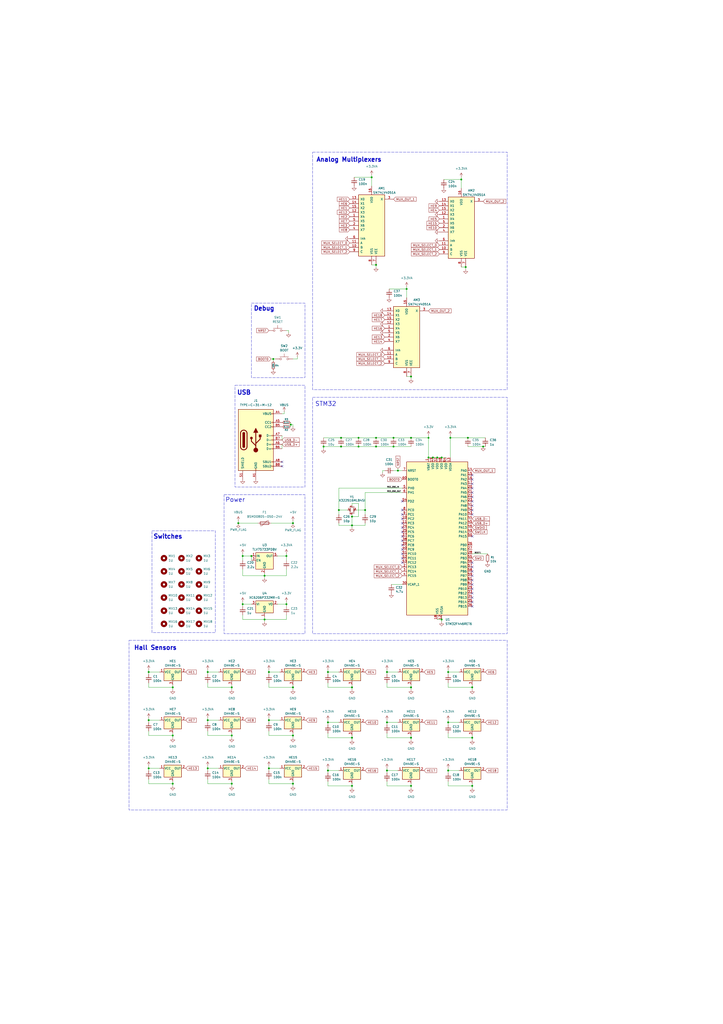
<source format=kicad_sch>
(kicad_sch (version 20250114) (generator "eeschema") (generator_version "9.0")
  (paper "A2" portrait)
  (rectangle (start 74.93 371.475) (end 294.64 469.9) (stroke (width 0) (type dash)))
  (rectangle (start 146.05 175.895) (end 177.165 219.075) (stroke (width 0) (type dash)))
  (rectangle (start 181.61 88.265) (end 294.64 226.06) (stroke (width 0) (type dash)))
  (rectangle (start 136.525 223.52) (end 177.165 282.575) (stroke (width 0) (type dash)))
  (rectangle (start 88.265 307.975) (end 125.095 367.03) (stroke (width 0) (type dash)))
  (rectangle (start 181.61 230.505) (end 294.64 367.665) (stroke (width 0) (type dash)))
  (rectangle (start 130.175 287.02) (end 177.165 367.665) (stroke (width 0) (type dash)))
  (text "Analog Multiplexers" (at 183.642 92.71 0) (effects (font (size 2.54 2.54) (thickness 0.508) (bold yes)) (justify left)))
  (text "STM32" (at 189.23 234.442 0) (effects (font (size 2.54 2.54) (thickness 0.254) (bold yes))))
  (text "USB" (at 141.732 227.838 0) (effects (font (size 2.54 2.54) (thickness 0.508) (bold yes))))
  (text "Power" (at 136.652 290.068 0) (effects (font (size 2.54 2.54) (thickness 0.254) (bold yes))))
  (text "Switches" (at 97.536 311.404 0) (effects (font (size 2.54 2.54) (thickness 0.508) (bold yes))))
  (text "Hall Sensors" (at 77.724 375.92 0) (effects (font (size 2.54 2.54) (thickness 0.508) (bold yes)) (justify left)))
  (text "Debug" (at 153.416 179.07 0) (effects (font (size 2.54 2.54) (thickness 0.508) (bold yes))))
  (junction (at 270.51 154.94))
  (junction (at 156.21 389.89))
  (junction (at 204.47 299.72))
  (junction (at 170.18 303.53))
  (junction (at 170.18 454.66))
  (junction (at 261.62 254))
  (junction (at 224.79 419.1))
  (junction (at 158.75 208.28))
  (junction (at 100.33 426.72))
  (junction (at 238.76 455.93))
  (junction (at 248.92 265.43))
  (junction (at 153.67 359.41))
  (junction (at 196.85 295.91))
  (junction (at 236.22 167.64))
  (junction (at 100.33 454.66))
  (junction (at 274.32 455.93))
  (junction (at 204.47 427.99))
  (junction (at 218.44 153.67))
  (junction (at 168.91 246.38))
  (junction (at 187.96 259.08))
  (junction (at 256.54 265.43))
  (junction (at 238.76 427.99))
  (junction (at 86.36 445.77))
  (junction (at 138.43 303.53))
  (junction (at 100.33 398.78))
  (junction (at 271.78 254))
  (junction (at 228.6 254))
  (junction (at 228.6 259.08))
  (junction (at 208.28 259.08))
  (junction (at 166.37 350.52))
  (junction (at 254 265.43))
  (junction (at 248.92 254))
  (junction (at 156.21 417.83))
  (junction (at 260.35 419.1))
  (junction (at 218.44 259.08))
  (junction (at 170.18 398.78))
  (junction (at 251.46 265.43))
  (junction (at 204.47 398.78))
  (junction (at 280.67 259.08))
  (junction (at 86.36 417.83))
  (junction (at 238.76 398.78))
  (junction (at 256.54 359.41))
  (junction (at 238.76 254))
  (junction (at 153.67 334.01))
  (junction (at 208.28 254))
  (junction (at 260.35 447.04))
  (junction (at 224.79 447.04))
  (junction (at 231.14 273.05))
  (junction (at 274.32 398.78))
  (junction (at 156.21 445.77))
  (junction (at 215.9 102.87))
  (junction (at 212.09 295.91))
  (junction (at 134.62 398.78))
  (junction (at 224.79 389.89))
  (junction (at 86.36 389.89))
  (junction (at 267.97 104.14))
  (junction (at 190.5 419.1))
  (junction (at 120.65 389.89))
  (junction (at 274.32 427.99))
  (junction (at 204.47 304.8))
  (junction (at 260.35 389.89))
  (junction (at 190.5 447.04))
  (junction (at 120.65 417.83))
  (junction (at 140.97 350.52))
  (junction (at 204.47 455.93))
  (junction (at 170.18 426.72))
  (junction (at 218.44 254))
  (junction (at 198.12 254))
  (junction (at 198.12 259.08))
  (junction (at 140.97 322.58))
  (junction (at 120.65 445.77))
  (junction (at 146.05 322.58))
  (junction (at 238.76 218.44))
  (junction (at 190.5 389.89))
  (junction (at 134.62 454.66))
  (junction (at 134.62 426.72))
  (junction (at 166.37 322.58))
  (no_connect (at 233.68 313.69))
  (no_connect (at 274.32 349.25))
  (no_connect (at 274.32 339.09))
  (no_connect (at 274.32 341.63))
  (no_connect (at 233.68 311.15))
  (no_connect (at 274.32 280.67))
  (no_connect (at 274.32 290.83))
  (no_connect (at 274.32 344.17))
  (no_connect (at 274.32 311.15))
  (no_connect (at 233.68 308.61))
  (no_connect (at 274.32 295.91))
  (no_connect (at 233.68 306.07))
  (no_connect (at 274.32 351.79))
  (no_connect (at 274.32 288.29))
  (no_connect (at 274.32 326.39))
  (no_connect (at 274.32 331.47))
  (no_connect (at 163.83 267.97))
  (no_connect (at 274.32 275.59))
  (no_connect (at 163.83 270.51))
  (no_connect (at 274.32 293.37))
  (no_connect (at 233.68 300.99))
  (no_connect (at 274.32 334.01))
  (no_connect (at 233.68 298.45))
  (no_connect (at 233.68 321.31))
  (no_connect (at 233.68 290.83))
  (no_connect (at 233.68 323.85))
  (no_connect (at 274.32 298.45))
  (no_connect (at 274.32 285.75))
  (no_connect (at 233.68 303.53))
  (no_connect (at 274.32 283.21))
  (no_connect (at 274.32 346.71))
  (no_connect (at 274.32 336.55))
  (no_connect (at 274.32 278.13))
  (no_connect (at 233.68 326.39))
  (no_connect (at 233.68 316.23))
  (no_connect (at 274.32 328.93))
  (no_connect (at 233.68 295.91))
  (no_connect (at 233.68 318.77))
  (wire (pts (xy 100.33 426.72) (xy 100.33 425.45)))
  (wire (pts (xy 86.36 416.56) (xy 86.36 417.83)))
  (wire (pts (xy 254 359.41) (xy 256.54 359.41)))
  (wire (pts (xy 153.67 335.28) (xy 153.67 334.01)))
  (wire (pts (xy 156.21 426.72) (xy 170.18 426.72)))
  (wire (pts (xy 208.28 254) (xy 218.44 254)))
  (wire (pts (xy 224.79 419.1) (xy 224.79 420.37)))
  (wire (pts (xy 204.47 457.2) (xy 204.47 455.93)))
  (wire (pts (xy 157.48 208.28) (xy 158.75 208.28)))
  (wire (pts (xy 187.96 259.08) (xy 198.12 259.08)))
  (wire (pts (xy 212.09 304.8) (xy 212.09 303.53)))
  (wire (pts (xy 227.33 339.09) (xy 233.68 339.09)))
  (wire (pts (xy 140.97 322.58) (xy 140.97 325.12)))
  (wire (pts (xy 271.78 254) (xy 281.94 254)))
  (wire (pts (xy 215.9 102.87) (xy 215.9 107.95)))
  (wire (pts (xy 226.06 167.64) (xy 236.22 167.64)))
  (wire (pts (xy 204.47 304.8) (xy 204.47 306.07)))
  (wire (pts (xy 251.46 265.43) (xy 254 265.43)))
  (wire (pts (xy 166.37 191.77) (xy 167.64 191.77)))
  (wire (pts (xy 163.83 257.81) (xy 163.83 260.35)))
  (wire (pts (xy 248.92 254) (xy 248.92 265.43)))
  (wire (pts (xy 281.94 259.08) (xy 280.67 259.08)))
  (wire (pts (xy 187.96 254) (xy 198.12 254)))
  (wire (pts (xy 156.21 417.83) (xy 156.21 419.1)))
  (wire (pts (xy 120.65 417.83) (xy 120.65 419.1)))
  (wire (pts (xy 222.25 273.05) (xy 223.52 273.05)))
  (wire (pts (xy 100.33 398.78) (xy 100.33 397.51)))
  (wire (pts (xy 86.36 389.89) (xy 92.71 389.89)))
  (wire (pts (xy 86.36 452.12) (xy 86.36 454.66)))
  (wire (pts (xy 218.44 259.08) (xy 228.6 259.08)))
  (wire (pts (xy 168.91 245.11) (xy 168.91 246.38)))
  (wire (pts (xy 170.18 400.05) (xy 170.18 398.78)))
  (wire (pts (xy 260.35 398.78) (xy 274.32 398.78)))
  (wire (pts (xy 260.35 453.39) (xy 260.35 455.93)))
  (wire (pts (xy 196.85 283.21) (xy 233.68 283.21)))
  (wire (pts (xy 156.21 417.83) (xy 162.56 417.83)))
  (wire (pts (xy 156.21 444.5) (xy 156.21 445.77)))
  (wire (pts (xy 156.21 416.56) (xy 156.21 417.83)))
  (wire (pts (xy 156.21 445.77) (xy 156.21 447.04)))
  (wire (pts (xy 190.5 389.89) (xy 190.5 391.16)))
  (wire (pts (xy 190.5 447.04) (xy 196.85 447.04)))
  (wire (pts (xy 134.62 400.05) (xy 134.62 398.78)))
  (wire (pts (xy 238.76 455.93) (xy 238.76 454.66)))
  (wire (pts (xy 120.65 388.62) (xy 120.65 389.89)))
  (wire (pts (xy 196.85 304.8) (xy 204.47 304.8)))
  (wire (pts (xy 170.18 455.93) (xy 170.18 454.66)))
  (wire (pts (xy 224.79 447.04) (xy 224.79 448.31)))
  (wire (pts (xy 158.75 208.28) (xy 160.02 208.28)))
  (wire (pts (xy 153.67 334.01) (xy 166.37 334.01)))
  (wire (pts (xy 120.65 389.89) (xy 127 389.89)))
  (wire (pts (xy 218.44 254) (xy 228.6 254)))
  (wire (pts (xy 274.32 398.78) (xy 274.32 397.51)))
  (wire (pts (xy 231.14 271.78) (xy 231.14 273.05)))
  (wire (pts (xy 205.74 102.87) (xy 215.9 102.87)))
  (wire (pts (xy 212.09 285.75) (xy 233.68 285.75)))
  (wire (pts (xy 208.28 292.1) (xy 208.28 299.72)))
  (wire (pts (xy 134.62 427.99) (xy 134.62 426.72)))
  (wire (pts (xy 274.32 455.93) (xy 274.32 454.66)))
  (wire (pts (xy 222.25 274.32) (xy 222.25 273.05)))
  (wire (pts (xy 198.12 254) (xy 208.28 254)))
  (wire (pts (xy 208.28 299.72) (xy 204.47 299.72)))
  (wire (pts (xy 153.67 334.01) (xy 153.67 332.74)))
  (wire (pts (xy 271.78 259.08) (xy 280.67 259.08)))
  (wire (pts (xy 138.43 303.53) (xy 149.86 303.53)))
  (wire (pts (xy 170.18 398.78) (xy 170.18 397.51)))
  (wire (pts (xy 140.97 330.2) (xy 140.97 334.01)))
  (wire (pts (xy 260.35 447.04) (xy 260.35 448.31)))
  (wire (pts (xy 134.62 398.78) (xy 134.62 397.51)))
  (wire (pts (xy 260.35 389.89) (xy 266.7 389.89)))
  (wire (pts (xy 146.05 322.58) (xy 140.97 322.58)))
  (wire (pts (xy 224.79 388.62) (xy 224.79 389.89)))
  (wire (pts (xy 120.65 454.66) (xy 134.62 454.66)))
  (wire (pts (xy 190.5 389.89) (xy 196.85 389.89)))
  (wire (pts (xy 228.6 254) (xy 238.76 254)))
  (wire (pts (xy 224.79 389.89) (xy 224.79 391.16)))
  (wire (pts (xy 120.65 396.24) (xy 120.65 398.78)))
  (wire (pts (xy 170.18 454.66) (xy 170.18 453.39)))
  (wire (pts (xy 204.47 455.93) (xy 204.47 454.66)))
  (wire (pts (xy 156.21 445.77) (xy 162.56 445.77)))
  (wire (pts (xy 218.44 154.94) (xy 218.44 153.67)))
  (wire (pts (xy 212.09 295.91) (xy 212.09 298.45)))
  (wire (pts (xy 204.47 299.72) (xy 204.47 304.8)))
  (wire (pts (xy 201.93 295.91) (xy 196.85 295.91)))
  (wire (pts (xy 238.76 457.2) (xy 238.76 455.93)))
  (wire (pts (xy 156.21 398.78) (xy 170.18 398.78)))
  (wire (pts (xy 156.21 424.18) (xy 156.21 426.72)))
  (wire (pts (xy 190.5 396.24) (xy 190.5 398.78)))
  (wire (pts (xy 134.62 455.93) (xy 134.62 454.66)))
  (wire (pts (xy 257.81 104.14) (xy 267.97 104.14)))
  (wire (pts (xy 86.36 426.72) (xy 100.33 426.72)))
  (wire (pts (xy 120.65 452.12) (xy 120.65 454.66)))
  (wire (pts (xy 156.21 454.66) (xy 170.18 454.66)))
  (wire (pts (xy 120.65 416.56) (xy 120.65 417.83)))
  (wire (pts (xy 140.97 356.87) (xy 140.97 359.41)))
  (wire (pts (xy 238.76 254) (xy 248.92 254)))
  (wire (pts (xy 166.37 321.31) (xy 166.37 322.58)))
  (wire (pts (xy 163.83 252.73) (xy 163.83 255.27)))
  (wire (pts (xy 168.91 246.38) (xy 168.91 247.65)))
  (wire (pts (xy 224.79 396.24) (xy 224.79 398.78)))
  (wire (pts (xy 274.32 457.2) (xy 274.32 455.93)))
  (wire (pts (xy 260.35 389.89) (xy 260.35 391.16)))
  (wire (pts (xy 274.32 321.31) (xy 283.21 321.31)))
  (wire (pts (xy 166.37 359.41) (xy 166.37 356.87)))
  (wire (pts (xy 157.48 303.53) (xy 170.18 303.53)))
  (wire (pts (xy 260.35 455.93) (xy 274.32 455.93)))
  (wire (pts (xy 224.79 427.99) (xy 238.76 427.99)))
  (wire (pts (xy 166.37 350.52) (xy 166.37 351.79)))
  (wire (pts (xy 196.85 295.91) (xy 196.85 298.45)))
  (wire (pts (xy 260.35 419.1) (xy 260.35 420.37)))
  (wire (pts (xy 170.18 427.99) (xy 170.18 426.72)))
  (wire (pts (xy 224.79 417.83) (xy 224.79 419.1)))
  (wire (pts (xy 190.5 417.83) (xy 190.5 419.1)))
  (wire (pts (xy 190.5 427.99) (xy 204.47 427.99)))
  (wire (pts (xy 120.65 417.83) (xy 127 417.83)))
  (wire (pts (xy 260.35 396.24) (xy 260.35 398.78)))
  (wire (pts (xy 190.5 419.1) (xy 196.85 419.1)))
  (wire (pts (xy 256.54 265.43) (xy 259.08 265.43)))
  (wire (pts (xy 166.37 334.01) (xy 166.37 330.2)))
  (wire (pts (xy 190.5 445.77) (xy 190.5 447.04)))
  (wire (pts (xy 254 265.43) (xy 256.54 265.43)))
  (wire (pts (xy 260.35 417.83) (xy 260.35 419.1)))
  (wire (pts (xy 224.79 398.78) (xy 238.76 398.78)))
  (wire (pts (xy 224.79 425.45) (xy 224.79 427.99)))
  (wire (pts (xy 187.96 260.35) (xy 187.96 259.08)))
  (wire (pts (xy 86.36 398.78) (xy 100.33 398.78)))
  (wire (pts (xy 224.79 447.04) (xy 231.14 447.04)))
  (wire (pts (xy 270.51 156.21) (xy 270.51 154.94)))
  (wire (pts (xy 100.33 454.66) (xy 100.33 453.39)))
  (wire (pts (xy 204.47 398.78) (xy 204.47 397.51)))
  (wire (pts (xy 248.92 265.43) (xy 251.46 265.43)))
  (wire (pts (xy 204.47 429.26) (xy 204.47 427.99)))
  (wire (pts (xy 238.76 398.78) (xy 238.76 397.51)))
  (wire (pts (xy 198.12 259.08) (xy 208.28 259.08)))
  (wire (pts (xy 163.83 240.03) (xy 165.1 240.03)))
  (wire (pts (xy 153.67 359.41) (xy 166.37 359.41)))
  (wire (pts (xy 86.36 424.18) (xy 86.36 426.72)))
  (wire (pts (xy 120.65 424.18) (xy 120.65 426.72)))
  (wire (pts (xy 120.65 444.5) (xy 120.65 445.77)))
  (wire (pts (xy 190.5 455.93) (xy 204.47 455.93)))
  (wire (pts (xy 100.33 400.05) (xy 100.33 398.78)))
  (wire (pts (xy 236.22 167.64) (xy 236.22 172.72)))
  (wire (pts (xy 100.33 427.99) (xy 100.33 426.72)))
  (wire (pts (xy 204.47 299.72) (xy 204.47 298.45)))
  (wire (pts (xy 172.72 208.28) (xy 172.72 207.01)))
  (wire (pts (xy 196.85 295.91) (xy 196.85 283.21)))
  (wire (pts (xy 267.97 104.14) (xy 267.97 109.22)))
  (wire (pts (xy 215.9 153.67) (xy 218.44 153.67)))
  (wire (pts (xy 261.62 252.73) (xy 261.62 254)))
  (wire (pts (xy 86.36 417.83) (xy 92.71 417.83)))
  (wire (pts (xy 166.37 322.58) (xy 166.37 325.12)))
  (wire (pts (xy 208.28 259.08) (xy 218.44 259.08)))
  (wire (pts (xy 267.97 102.87) (xy 267.97 104.14)))
  (wire (pts (xy 140.97 321.31) (xy 140.97 322.58)))
  (wire (pts (xy 158.75 209.55) (xy 158.75 208.28)))
  (wire (pts (xy 120.65 445.77) (xy 127 445.77)))
  (wire (pts (xy 260.35 427.99) (xy 274.32 427.99)))
  (wire (pts (xy 190.5 388.62) (xy 190.5 389.89)))
  (wire (pts (xy 120.65 389.89) (xy 120.65 391.16)))
  (wire (pts (xy 238.76 427.99) (xy 238.76 426.72)))
  (wire (pts (xy 267.97 154.94) (xy 270.51 154.94)))
  (wire (pts (xy 204.47 427.99) (xy 204.47 426.72)))
  (wire (pts (xy 238.76 400.05) (xy 238.76 398.78)))
  (wire (pts (xy 196.85 303.53) (xy 196.85 304.8)))
  (wire (pts (xy 274.32 400.05) (xy 274.32 398.78)))
  (wire (pts (xy 228.6 259.08) (xy 238.76 259.08)))
  (wire (pts (xy 236.22 218.44) (xy 238.76 218.44)))
  (wire (pts (xy 166.37 349.25) (xy 166.37 350.52)))
  (wire (pts (xy 120.65 445.77) (xy 120.65 447.04)))
  (wire (pts (xy 190.5 398.78) (xy 204.47 398.78)))
  (wire (pts (xy 153.67 359.41) (xy 153.67 358.14)))
  (wire (pts (xy 248.92 252.73) (xy 248.92 254)))
  (wire (pts (xy 140.97 349.25) (xy 140.97 350.52)))
  (wire (pts (xy 156.21 396.24) (xy 156.21 398.78)))
  (wire (pts (xy 120.65 398.78) (xy 134.62 398.78)))
  (wire (pts (xy 224.79 389.89) (xy 231.14 389.89)))
  (wire (pts (xy 228.6 273.05) (xy 231.14 273.05)))
  (wire (pts (xy 236.22 166.37) (xy 236.22 167.64)))
  (wire (pts (xy 161.29 322.58) (xy 166.37 322.58)))
  (wire (pts (xy 170.18 426.72) (xy 170.18 425.45)))
  (wire (pts (xy 134.62 426.72) (xy 134.62 425.45)))
  (wire (pts (xy 260.35 447.04) (xy 266.7 447.04)))
  (wire (pts (xy 260.35 425.45) (xy 260.35 427.99)))
  (wire (pts (xy 146.05 350.52) (xy 140.97 350.52)))
  (wire (pts (xy 140.97 334.01) (xy 153.67 334.01)))
  (wire (pts (xy 224.79 453.39) (xy 224.79 455.93)))
  (wire (pts (xy 224.79 455.93) (xy 238.76 455.93)))
  (wire (pts (xy 231.14 273.05) (xy 233.68 273.05)))
  (wire (pts (xy 170.18 247.65) (xy 170.18 246.38)))
  (wire (pts (xy 134.62 454.66) (xy 134.62 453.39)))
  (wire (pts (xy 156.21 388.62) (xy 156.21 389.89)))
  (wire (pts (xy 204.47 293.37) (xy 204.47 292.1)))
  (wire (pts (xy 212.09 295.91) (xy 212.09 285.75)))
  (wire (pts (xy 224.79 445.77) (xy 224.79 447.04)))
  (wire (pts (xy 140.97 350.52) (xy 140.97 351.79)))
  (wire (pts (xy 260.35 388.62) (xy 260.35 389.89)))
  (wire (pts (xy 256.54 360.68) (xy 256.54 359.41)))
  (wire (pts (xy 156.21 389.89) (xy 162.56 389.89)))
  (wire (pts (xy 238.76 429.26) (xy 238.76 427.99)))
  (wire (pts (xy 170.18 303.53) (xy 170.18 302.26)))
  (wire (pts (xy 190.5 425.45) (xy 190.5 427.99)))
  (wire (pts (xy 140.97 359.41) (xy 153.67 359.41)))
  (wire (pts (xy 261.62 254) (xy 271.78 254)))
  (wire (pts (xy 161.29 350.52) (xy 166.37 350.52)))
  (wire (pts (xy 165.1 240.03) (xy 165.1 238.76)))
  (wire (pts (xy 86.36 417.83) (xy 86.36 419.1)))
  (wire (pts (xy 261.62 254) (xy 261.62 265.43)))
  (wire (pts (xy 86.36 445.77) (xy 92.71 445.77)))
  (wire (pts (xy 190.5 453.39) (xy 190.5 455.93)))
  (wire (pts (xy 100.33 455.93) (xy 100.33 454.66)))
  (wire (pts (xy 260.35 445.77) (xy 260.35 447.04)))
  (wire (pts (xy 153.67 360.68) (xy 153.67 359.41)))
  (wire (pts (xy 204.47 400.05) (xy 204.47 398.78)))
  (wire (pts (xy 86.36 396.24) (xy 86.36 398.78)))
  (wire (pts (xy 215.9 101.6) (xy 215.9 102.87)))
  (wire (pts (xy 238.76 219.71) (xy 238.76 218.44)))
  (wire (pts (xy 207.01 295.91) (xy 212.09 295.91)))
  (wire (pts (xy 172.72 208.28) (xy 170.18 208.28)))
  (wire (pts (xy 156.21 389.89) (xy 156.21 391.16)))
  (wire (pts (xy 167.64 191.77) (xy 167.64 193.04)))
  (wire (pts (xy 224.79 419.1) (xy 231.14 419.1)))
  (wire (pts (xy 274.32 429.26) (xy 274.32 427.99)))
  (wire (pts (xy 146.05 322.58) (xy 146.05 325.12)))
  (wire (pts (xy 190.5 419.1) (xy 190.5 420.37)))
  (wire (pts (xy 204.47 304.8) (xy 212.09 304.8)))
  (wire (pts (xy 86.36 445.77) (xy 86.36 447.04)))
  (wire (pts (xy 204.47 292.1) (xy 208.28 292.1)))
  (wire (pts (xy 156.21 452.12) (xy 156.21 454.66)))
  (wire (pts (xy 170.18 246.38) (xy 168.91 246.38)))
  (wire (pts (xy 274.32 427.99) (xy 274.32 426.72)))
  (wire (pts (xy 260.35 419.1) (xy 266.7 419.1)))
  (wire (pts (xy 86.36 444.5) (xy 86.36 445.77)))
  (wire (pts (xy 120.65 426.72) (xy 134.62 426.72)))
  (wire (pts (xy 190.5 447.04) (xy 190.5 448.31)))
  (wire (pts (xy 86.36 454.66) (xy 100.33 454.66)))
  (wire (pts (xy 86.36 389.89) (xy 86.36 391.16)))
  (wire (pts (xy 138.43 303.53) (xy 138.43 302.26)))
  (wire (pts (xy 86.36 388.62) (xy 86.36 389.89)))
  (label "BOOT1" (at 275.59 321.31 0) (effects (font (size 0.762 0.762) (thickness 0.1524) (bold yes))))
  (label "RCC_OSC_OUT" (at 224.79 285.75 0) (effects (font (size 0.762 0.762) (thickness 0.254) (bold yes))))
  (label "RCC_OSC_IN" (at 224.79 283.21 0) (effects (font (size 0.762 0.762) (thickness 0.254) (bold yes))))
  (global_label "HE5" (shape input) (at 246.38 389.89 0) (effects (font (thickness 0.1588))) (property "Intersheetrefs" "${INTERSHEET_REFS}" (effects (hide yes))))
  (global_label "HE4" (shape input) (at 212.09 389.89 0) (effects (font (thickness 0.1588))) (property "Intersheetrefs" "${INTERSHEET_REFS}" (effects (hide yes))))
  (global_label "HE2" (shape input) (at 203.2 125.73 180) (effects (font (thickness 0.1588))) (property "Intersheetrefs" "${INTERSHEET_REFS}" (effects (hide yes))))
  (global_label "HE13" (shape input) (at 107.95 445.77 0) (effects (font (thickness 0.1588))) (property "Intersheetrefs" "${INTERSHEET_REFS}" (effects (hide yes))))
  (global_label "HE14" (shape input) (at 142.24 445.77 0) (property "Intersheetrefs" "${INTERSHEET_REFS}" (effects (hide yes))))
  (global_label "HE13" (shape input) (at 223.52 195.58 180) (effects (font (thickness 0.1588))) (property "Intersheetrefs" "${INTERSHEET_REFS}" (effects (hide yes))))
  (global_label "HE7" (shape input) (at 203.2 128.27 180) (effects (font (thickness 0.1588))) (property "Intersheetrefs" "${INTERSHEET_REFS}" (effects (hide yes))))
  (global_label "HE16" (shape input) (at 223.52 190.5 180) (effects (font (thickness 0.1588))) (property "Intersheetrefs" "${INTERSHEET_REFS}" (effects (hide yes))))
  (global_label "HE3" (shape input) (at 203.2 130.81 180) (effects (font (thickness 0.1588))) (property "Intersheetrefs" "${INTERSHEET_REFS}" (effects (hide yes))))
  (global_label "USB_D+" (shape input) (at 163.83 257.81 0) (property "Intersheetrefs" "${INTERSHEET_REFS}" (effects (hide yes))))
  (global_label "HE1" (shape input) (at 107.95 389.89 0) (effects (font (thickness 0.1588))) (property "Intersheetrefs" "${INTERSHEET_REFS}" (effects (hide yes))))
  (global_label "HE18" (shape input) (at 223.52 182.88 180) (property "Intersheetrefs" "${INTERSHEET_REFS}" (effects (hide yes))))
  (global_label "SWO" (shape input) (at 274.32 323.85 0) (property "Intersheetrefs" "${INTERSHEET_REFS}" (effects (hide yes))))
  (global_label "HE9" (shape input) (at 177.8 417.83 0) (property "Intersheetrefs" "${INTERSHEET_REFS}" (effects (hide yes))))
  (global_label "MUX_OUT_2" (shape input) (at 248.92 180.34 0) (effects (font (thickness 0.1588))) (property "Intersheetrefs" "${INTERSHEET_REFS}" (effects (hide yes))))
  (global_label "MUX_SELECT_1" (shape input) (at 223.52 208.28 180) (property "Intersheetrefs" "${INTERSHEET_REFS}" (effects (hide yes))))
  (global_label "HE12" (shape input) (at 203.2 123.19 180) (property "Intersheetrefs" "${INTERSHEET_REFS}" (effects (hide yes))))
  (global_label "HE4" (shape input) (at 255.27 121.92 180) (effects (font (thickness 0.1588))) (property "Intersheetrefs" "${INTERSHEET_REFS}" (effects (hide yes))))
  (global_label "MUX_SELECT_1" (shape input) (at 233.68 331.47 180) (property "Intersheetrefs" "${INTERSHEET_REFS}" (effects (hide yes))))
  (global_label "USB_D+" (shape input) (at 274.32 303.53 0) (property "Intersheetrefs" "${INTERSHEET_REFS}" (effects (hide yes))))
  (global_label "HE10" (shape input) (at 255.27 132.08 180) (effects (font (thickness 0.1588))) (property "Intersheetrefs" "${INTERSHEET_REFS}" (effects (hide yes))))
  (global_label "MUX_SELECT_0" (shape input) (at 255.27 142.24 180) (property "Intersheetrefs" "${INTERSHEET_REFS}" (effects (hide yes))))
  (global_label "BOOT0" (shape input) (at 157.48 208.28 180) (property "Intersheetrefs" "${INTERSHEET_REFS}" (effects (hide yes))))
  (global_label "SWCLK" (shape input) (at 274.32 308.61 0) (property "Intersheetrefs" "${INTERSHEET_REFS}" (effects (hide yes))))
  (global_label "HE17" (shape input) (at 246.38 447.04 0) (property "Intersheetrefs" "${INTERSHEET_REFS}" (effects (hide yes))))
  (global_label "HE11" (shape input) (at 203.2 115.57 180) (property "Intersheetrefs" "${INTERSHEET_REFS}" (effects (hide yes))))
  (global_label "NRST" (shape input) (at 231.14 271.78 90) (property "Intersheetrefs" "${INTERSHEET_REFS}" (effects (hide yes))))
  (global_label "USB_D-" (shape input) (at 274.32 300.99 0) (property "Intersheetrefs" "${INTERSHEET_REFS}" (effects (hide yes))))
  (global_label "HE11" (shape input) (at 246.38 419.1 0) (property "Intersheetrefs" "${INTERSHEET_REFS}" (effects (hide yes))))
  (global_label "HE16" (shape input) (at 212.09 447.04 0) (effects (font (thickness 0.1588))) (property "Intersheetrefs" "${INTERSHEET_REFS}" (effects (hide yes))))
  (global_label "HE7" (shape input) (at 107.95 417.83 0) (effects (font (thickness 0.1588))) (property "Intersheetrefs" "${INTERSHEET_REFS}" (effects (hide yes))))
  (global_label "HE15" (shape input) (at 255.27 129.54 180) (property "Intersheetrefs" "${INTERSHEET_REFS}" (effects (hide yes))))
  (global_label "HE3" (shape input) (at 177.8 389.89 0) (effects (font (thickness 0.1588))) (property "Intersheetrefs" "${INTERSHEET_REFS}" (effects (hide yes))))
  (global_label "MUX_OUT_2" (shape input) (at 280.67 116.84 0) (effects (font (thickness 0.1588))) (property "Intersheetrefs" "${INTERSHEET_REFS}" (effects (hide yes))))
  (global_label "HE8" (shape input) (at 203.2 133.35 180) (property "Intersheetrefs" "${INTERSHEET_REFS}" (effects (hide yes))))
  (global_label "HE14" (shape input) (at 223.52 198.12 180) (property "Intersheetrefs" "${INTERSHEET_REFS}" (effects (hide yes))))
  (global_label "HE9" (shape input) (at 255.27 119.38 180) (property "Intersheetrefs" "${INTERSHEET_REFS}" (effects (hide yes))))
  (global_label "MUX_SELECT_1" (shape input) (at 203.2 143.51 180) (property "Intersheetrefs" "${INTERSHEET_REFS}" (effects (hide yes))))
  (global_label "HE18" (shape input) (at 281.94 447.04 0) (property "Intersheetrefs" "${INTERSHEET_REFS}" (effects (hide yes))))
  (global_label "HE17" (shape input) (at 223.52 185.42 180) (property "Intersheetrefs" "${INTERSHEET_REFS}" (effects (hide yes))))
  (global_label "SWDIO" (shape input) (at 274.32 306.07 0) (property "Intersheetrefs" "${INTERSHEET_REFS}" (effects (hide yes))))
  (global_label "MUX_SELECT_2" (shape input) (at 223.52 210.82 180) (property "Intersheetrefs" "${INTERSHEET_REFS}" (effects (hide yes))))
  (global_label "NRST" (shape input) (at 156.21 191.77 180) (property "Intersheetrefs" "${INTERSHEET_REFS}" (effects (hide yes))))
  (global_label "MUX_OUT_1" (shape input) (at 228.6 115.57 0) (effects (font (thickness 0.1588))) (property "Intersheetrefs" "${INTERSHEET_REFS}" (effects (hide yes))))
  (global_label "HE1" (shape input) (at 203.2 120.65 180) (effects (font (thickness 0.1588))) (property "Intersheetrefs" "${INTERSHEET_REFS}" (effects (hide yes))))
  (global_label "HE10" (shape input) (at 212.09 419.1 0) (effects (font (thickness 0.1588))) (property "Intersheetrefs" "${INTERSHEET_REFS}" (effects (hide yes))))
  (global_label "MUX_SELECT_2" (shape input) (at 233.68 334.01 180) (property "Intersheetrefs" "${INTERSHEET_REFS}" (effects (hide yes))))
  (global_label "HE6" (shape input) (at 203.2 118.11 180) (effects (font (thickness 0.1588))) (property "Intersheetrefs" "${INTERSHEET_REFS}" (effects (hide yes))))
  (global_label "MUX_SELECT_0" (shape input) (at 203.2 140.97 180) (property "Intersheetrefs" "${INTERSHEET_REFS}" (effects (hide yes))))
  (global_label "MUX_SELECT_2" (shape input) (at 255.27 147.32 180) (property "Intersheetrefs" "${INTERSHEET_REFS}" (effects (hide yes))))
  (global_label "USB_D-" (shape input) (at 163.83 255.27 0) (property "Intersheetrefs" "${INTERSHEET_REFS}" (effects (hide yes))))
  (global_label "HE5" (shape input) (at 255.27 127 180) (effects (font (thickness 0.1588))) (property "Intersheetrefs" "${INTERSHEET_REFS}" (effects (hide yes))))
  (global_label "MUX_SELECT_1" (shape input) (at 255.27 144.78 180) (property "Intersheetrefs" "${INTERSHEET_REFS}" (effects (hide yes))))
  (global_label "MUX_SELECT_0" (shape input) (at 223.52 205.74 180) (property "Intersheetrefs" "${INTERSHEET_REFS}" (effects (hide yes))))
  (global_label "HE6" (shape input) (at 281.94 389.89 0) (effects (font (thickness 0.1588))) (property "Intersheetrefs" "${INTERSHEET_REFS}" (effects (hide yes))))
  (global_label "MUX_SELECT_0" (shape input) (at 233.68 328.93 180) (property "Intersheetrefs" "${INTERSHEET_REFS}" (effects (hide yes))))
  (global_label "HE12" (shape input) (at 281.94 419.1 0) (property "Intersheetrefs" "${INTERSHEET_REFS}" (effects (hide yes))))
  (global_label "HE15" (shape input) (at 177.8 445.77 0) (property "Intersheetrefs" "${INTERSHEET_REFS}" (effects (hide yes))))
  (global_label "MUX_SELECT_2" (shape input) (at 203.2 146.05 180) (property "Intersheetrefs" "${INTERSHEET_REFS}" (effects (hide yes))))
  (global_label "HE8" (shape input) (at 142.24 417.83 0) (property "Intersheetrefs" "${INTERSHEET_REFS}" (effects (hide yes))))
  (global_label "HE2" (shape input) (at 142.24 389.89 0) (effects (font (thickness 0.1588))) (property "Intersheetrefs" "${INTERSHEET_REFS}" (effects (hide yes))))
  (global_label "MUX_OUT_1" (shape input) (at 274.32 273.05 0) (effects (font (thickness 0.1588))) (property "Intersheetrefs" "${INTERSHEET_REFS}" (effects (hide yes))))
  (global_label "BOOT0" (shape input) (at 233.68 278.13 180) (property "Intersheetrefs" "${INTERSHEET_REFS}" (effects (hide yes))))
  (symbol (lib_id "power:GND") (at 238.76 219.71 0) (unit 1)
    (property "Reference" "#PWR072" (effects (hide yes)))
    (property "Value" "GND" (effects (hide yes)))
    (property "Description" "Power symbol creates a global label with name \"GND\" , ground" (effects (hide yes)))
  )
  (symbol (lib_id "power:GND") (at 223.52 187.96 270) (unit 1)
    (property "Reference" "#PWR075" (effects (hide yes)))
    (property "Value" "GND" (effects (hide yes)))
    (property "Description" "Power symbol creates a global label with name \"GND\" , ground" (effects (hide yes)))
  )
  (symbol (lib_id "4xxx:4051") (at 236.22 195.58 0) (unit 1)
    (property "Reference" "AM3" (at 242.062 173.99 0))
    (property "Value" "SN74LV4051A" (at 243.586 176.53 0))
    (property "Footprint" "Package_SO:TSSOP-16_4.4x5mm_P0.65mm" (effects (hide yes)))
    (property "Datasheet" "http://www.intersil.com/content/dam/Intersil/documents/cd40/cd4051bms-52bms-53bms.pdf" (effects (hide yes)))
    (property "Description" "Analog Multiplexer 8 to 1 lins" (effects (hide yes)))
  )
  (symbol (lib_id "power:+3.3V") (at 166.37 349.25 0) (unit 1)
    (property "Reference" "#PWR025" (effects (hide yes)))
    (property "Value" "+3.3V" (at 166.37 344.17 0))
    (property "Description" "Power symbol creates a global label with name \"+3.3V\"" (effects (hide yes)))
  )
  (symbol (lib_id "HE60:OH49E-S") (at 238.76 419.1 0) (unit 1)
    (property "Reference" "HE11" (at 238.76 412.75 0))
    (property "Value" "OH49E-S" (at 238.76 415.29 0))
    (property "Footprint" "Package_TO_SOT_SMD:SOT-23-3" (effects (hide yes)))
    (property "Datasheet" "https://ohhallsensor.com/wp-content/uploads/2020/08/OH49E-OH49E-S-Hall-effect-linear-IC.pdf" (effects (hide yes)))
  )
  (symbol (lib_id "power:+3.3VA") (at 190.5 445.77 0) (unit 1)
    (property "Reference" "#PWR063" (effects (hide yes)))
    (property "Value" "+3.3VA" (at 190.5 440.69 0))
    (property "Description" "Power symbol creates a global label with name \"+3.3VA\"" (effects (hide yes)))
  )
  (symbol (lib_id "Switch:SW_Push") (at 161.29 191.77 0) (unit 1)
    (property "Reference" "SW1" (at 161.29 184.15 0))
    (property "Value" "RESET" (at 161.29 186.69 0))
    (property "Footprint" "Button_Switch_SMD:SW_Push_1P1T_NO_CK_KMR2" (effects (hide yes)))
    (property "Description" "Push button switch, generic, two pins" (effects (hide yes)))
  )
  (symbol (lib_id "power:GND") (at 238.76 400.05 0) (unit 1)
    (property "Reference" "#PWR045" (effects (hide yes)))
    (property "Value" "GND" (at 238.76 405.13 0))
    (property "Description" "Power symbol creates a global label with name \"GND\" , ground" (effects (hide yes)))
  )
  (symbol (lib_id "HE60:OH49E-S") (at 170.18 445.77 0) (unit 1)
    (property "Reference" "HE15" (at 170.18 439.42 0))
    (property "Value" "OH49E-S" (at 170.18 441.96 0))
    (property "Footprint" "Package_TO_SOT_SMD:SOT-23-3" (effects (hide yes)))
    (property "Datasheet" "https://ohhallsensor.com/wp-content/uploads/2020/08/OH49E-OH49E-S-Hall-effect-linear-IC.pdf" (effects (hide yes)))
  )
  (symbol (lib_id "power:GND") (at 223.52 180.34 270) (unit 1)
    (property "Reference" "#PWR078" (effects (hide yes)))
    (property "Value" "GND" (effects (hide yes)))
    (property "Description" "Power symbol creates a global label with name \"GND\" , ground" (effects (hide yes)))
  )
  (symbol (lib_id "Device:C_Small") (at 205.74 105.41 0) (unit 1)
    (property "Reference" "C19" (at 208.28 104.1462 0) (effects (justify left)))
    (property "Value" "100n" (at 208.28 106.6862 0) (effects (justify left)))
    (property "Footprint" "Capacitor_SMD:C_0402_1005Metric" (effects (hide yes)))
    (property "Description" "Unpolarized capacitor, small symbol" (effects (hide yes)))
  )
  (symbol (lib_id "power:VBUS") (at 165.1 238.76 0) (unit 1)
    (property "Reference" "#PWR012" (effects (hide yes)))
    (property "Value" "VBUS" (at 165.1 234.95 0))
    (property "Description" "Power symbol creates a global label with name \"VBUS\"" (effects (hide yes)))
  )
  (symbol (lib_id "HE60:OH49E-S") (at 134.62 417.83 0) (unit 1)
    (property "Reference" "HE8" (at 134.62 411.48 0))
    (property "Value" "OH49E-S" (at 134.62 414.02 0))
    (property "Footprint" "Package_TO_SOT_SMD:SOT-23-3" (effects (hide yes)))
    (property "Datasheet" "https://ohhallsensor.com/wp-content/uploads/2020/08/OH49E-OH49E-S-Hall-effect-linear-IC.pdf" (effects (hide yes)))
  )
  (symbol (lib_id "Mechanical:MountingHole") (at 115.57 346.71 0) (unit 1) (exclude_from_sim yes) (in_bom no)
    (property "Reference" "MX12" (at 118.11 345.4399 0) (effects (justify left)))
    (property "Value" "1U" (at 118.11 347.9799 0) (effects (justify left)))
    (property "Footprint" "HE60:MX-1U" (effects (hide yes)))
    (property "Description" "Mounting Hole without connection" (effects (hide yes)))
  )
  (symbol (lib_id "power:VBUS") (at 138.43 302.26 0) (unit 1)
    (property "Reference" "#PWR029" (effects (hide yes)))
    (property "Value" "VBUS" (at 138.43 297.18 0))
    (property "Description" "Power symbol creates a global label with name \"VBUS\"" (effects (hide yes)))
  )
  (symbol (lib_id "HE60:OH49E-S") (at 170.18 389.89 0) (unit 1)
    (property "Reference" "HE3" (at 170.18 383.54 0))
    (property "Value" "OH49E-S" (at 170.18 386.08 0))
    (property "Footprint" "Package_TO_SOT_SMD:SOT-23-3" (effects (hide yes)))
    (property "Datasheet" "https://ohhallsensor.com/wp-content/uploads/2020/08/OH49E-OH49E-S-Hall-effect-linear-IC.pdf" (effects (hide yes)))
  )
  (symbol (lib_id "power:GND") (at 205.74 107.95 0) (unit 1)
    (property "Reference" "#PWR032" (effects (hide yes)))
    (property "Value" "GND" (effects (hide yes)))
    (property "Description" "Power symbol creates a global label with name \"GND\" , ground" (effects (hide yes)))
  )
  (symbol (lib_id "Device:C_Small") (at 212.09 300.99 0) (unit 1)
    (property "Reference" "C29" (at 214.63 299.7262 0) (effects (justify left)))
    (property "Value" "10p" (at 214.63 302.2662 0) (effects (justify left)))
    (property "Footprint" "Capacitor_SMD:C_0402_1005Metric" (effects (hide yes)))
    (property "Description" "Unpolarized capacitor, small symbol" (effects (hide yes)))
  )
  (symbol (lib_id "Device:C_Small") (at 260.35 422.91 0) (unit 1)
    (property "Reference" "C12" (at 262.89 421.6462 0) (effects (justify left)))
    (property "Value" "100n" (at 262.89 424.1862 0) (effects (justify left)))
    (property "Footprint" "Capacitor_SMD:C_0402_1005Metric" (effects (hide yes)))
    (property "Description" "Unpolarized capacitor, small symbol" (effects (hide yes)))
  )
  (symbol (lib_id "power:+3.3VA") (at 120.65 444.5 0) (unit 1)
    (property "Reference" "#PWR059" (effects (hide yes)))
    (property "Value" "+3.3VA" (at 120.65 439.42 0))
    (property "Description" "Power symbol creates a global label with name \"+3.3VA\"" (effects (hide yes)))
  )
  (symbol (lib_id "Mechanical:MountingHole") (at 105.41 354.33 0) (unit 1) (exclude_from_sim yes) (in_bom no)
    (property "Reference" "MX14" (at 107.95 353.0599 0) (effects (justify left)))
    (property "Value" "1U" (at 107.95 355.5999 0) (effects (justify left)))
    (property "Footprint" "HE60:MX-1U" (effects (hide yes)))
    (property "Description" "Mounting Hole without connection" (effects (hide yes)))
  )
  (symbol (lib_id "Mechanical:MountingHole") (at 105.41 323.85 0) (unit 1) (exclude_from_sim yes) (in_bom no)
    (property "Reference" "MX2" (at 107.95 322.5799 0) (effects (justify left)))
    (property "Value" "1U" (at 107.95 325.1199 0) (effects (justify left)))
    (property "Footprint" "HE60:MX-1U" (effects (hide yes)))
    (property "Description" "Mounting Hole without connection" (effects (hide yes)))
  )
  (symbol (lib_id "power:+5V") (at 140.97 321.31 0) (unit 1)
    (property "Reference" "#PWR026" (effects (hide yes)))
    (property "Value" "+5V" (at 140.97 316.23 0))
    (property "Description" "Power symbol creates a global label with name \"+5V\"" (effects (hide yes)))
  )
  (symbol (lib_id "HE60:OH49E-S") (at 204.47 389.89 0) (unit 1)
    (property "Reference" "HE4" (at 204.47 383.54 0))
    (property "Value" "OH49E-S" (at 204.47 386.08 0))
    (property "Footprint" "Package_TO_SOT_SMD:SOT-23-3" (effects (hide yes)))
    (property "Datasheet" "https://ohhallsensor.com/wp-content/uploads/2020/08/OH49E-OH49E-S-Hall-effect-linear-IC.pdf" (effects (hide yes)))
  )
  (symbol (lib_id "power:+3.3VA") (at 156.21 388.62 0) (unit 1)
    (property "Reference" "#PWR047" (effects (hide yes)))
    (property "Value" "+3.3VA" (at 156.21 383.54 0))
    (property "Description" "Power symbol creates a global label with name \"+3.3VA\"" (effects (hide yes)))
  )
  (symbol (lib_id "power:GND") (at 274.32 400.05 0) (unit 1)
    (property "Reference" "#PWR051" (effects (hide yes)))
    (property "Value" "GND" (at 274.32 405.13 0))
    (property "Description" "Power symbol creates a global label with name \"GND\" , ground" (effects (hide yes)))
  )
  (symbol (lib_id "power:GND") (at 204.47 400.05 0) (unit 1)
    (property "Reference" "#PWR038" (effects (hide yes)))
    (property "Value" "GND" (at 204.47 405.13 0))
    (property "Description" "Power symbol creates a global label with name \"GND\" , ground" (effects (hide yes)))
  )
  (symbol (lib_id "Mechanical:MountingHole") (at 95.25 361.95 0) (unit 1) (exclude_from_sim yes) (in_bom no)
    (property "Reference" "MX16" (at 97.79 360.6799 0) (effects (justify left)))
    (property "Value" "1U" (at 97.79 363.2199 0) (effects (justify left)))
    (property "Footprint" "HE60:MX-1U" (effects (hide yes)))
    (property "Description" "Mounting Hole without connection" (effects (hide yes)))
  )
  (symbol (lib_id "Mechanical:MountingHole") (at 95.25 339.09 0) (unit 1) (exclude_from_sim yes) (in_bom no)
    (property "Reference" "MX7" (at 97.79 337.8199 0) (effects (justify left)))
    (property "Value" "1U" (at 97.79 340.3599 0) (effects (justify left)))
    (property "Footprint" "HE60:MX-1U" (effects (hide yes)))
    (property "Description" "Mounting Hole without connection" (effects (hide yes)))
  )
  (symbol (lib_id "Device:C_Small") (at 86.36 393.7 0) (unit 1)
    (property "Reference" "C1" (at 88.9 392.4362 0) (effects (justify left)))
    (property "Value" "100n" (at 88.9 394.9762 0) (effects (justify left)))
    (property "Footprint" "Capacitor_SMD:C_0402_1005Metric" (effects (hide yes)))
    (property "Description" "Unpolarized capacitor, small symbol" (effects (hide yes)))
  )
  (symbol (lib_id "4xxx:4051") (at 215.9 130.81 0) (unit 1)
    (property "Reference" "AM1" (at 221.742 109.22 0))
    (property "Value" "SN74LV4051A" (at 223.266 111.76 0))
    (property "Footprint" "Package_SO:TSSOP-16_4.4x5mm_P0.65mm" (effects (hide yes)))
    (property "Datasheet" "http://www.intersil.com/content/dam/Intersil/documents/cd40/cd4051bms-52bms-53bms.pdf" (effects (hide yes)))
    (property "Description" "Analog Multiplexer 8 to 1 lins" (effects (hide yes)))
  )
  (symbol (lib_id "power:GND") (at 170.18 400.05 0) (unit 1)
    (property "Reference" "#PWR050" (effects (hide yes)))
    (property "Value" "GND" (at 170.18 405.13 0))
    (property "Description" "Power symbol creates a global label with name \"GND\" , ground" (effects (hide yes)))
  )
  (symbol (lib_id "Device:Crystal_GND24_Small") (at 204.47 295.91 0) (unit 1)
    (property "Reference" "Y1" (at 204.47 288.29 0))
    (property "Value" "X322516MLB4SI" (at 204.47 290.322 0))
    (property "Footprint" "Crystal:Crystal_SMD_3225-4Pin_3.2x2.5mm" (effects (hide yes)))
    (property "Description" "Four pin crystal, GND on pins 2 and 4, small symbol" (effects (hide yes)))
  )
  (symbol (lib_id "power:+3.3VA") (at 86.36 388.62 0) (unit 1)
    (property "Reference" "#PWR035" (effects (hide yes)))
    (property "Value" "+3.3VA" (at 86.36 383.54 0))
    (property "Description" "Power symbol creates a global label with name \"+3.3VA\"" (effects (hide yes)))
  )
  (symbol (lib_id "Mechanical:MountingHole") (at 115.57 361.95 0) (unit 1) (exclude_from_sim yes) (in_bom no)
    (property "Reference" "MX18" (at 118.11 360.6799 0) (effects (justify left)))
    (property "Value" "1U" (at 118.11 363.2199 0) (effects (justify left)))
    (property "Footprint" "HE60:MX-1U" (effects (hide yes)))
    (property "Description" "Mounting Hole without connection" (effects (hide yes)))
  )
  (symbol (lib_id "Mechanical:MountingHole") (at 105.41 361.95 0) (unit 1) (exclude_from_sim yes) (in_bom no)
    (property "Reference" "MX17" (at 107.95 360.6799 0) (effects (justify left)))
    (property "Value" "1U" (at 107.95 363.2199 0) (effects (justify left)))
    (property "Footprint" "HE60:MX-1U" (effects (hide yes)))
    (property "Description" "Mounting Hole without connection" (effects (hide yes)))
  )
  (symbol (lib_id "power:+3.3VA") (at 260.35 388.62 0) (unit 1)
    (property "Reference" "#PWR048" (effects (hide yes)))
    (property "Value" "+3.3VA" (at 260.35 383.54 0))
    (property "Description" "Power symbol creates a global label with name \"+3.3VA\"" (effects (hide yes)))
  )
  (symbol (lib_id "Switch:SW_Push") (at 165.1 208.28 0) (unit 1)
    (property "Reference" "SW2" (at 165.1 200.66 0))
    (property "Value" "BOOT" (at 165.1 203.2 0))
    (property "Footprint" "Button_Switch_SMD:SW_Push_1P1T_NO_CK_KMR2" (effects (hide yes)))
    (property "Description" "Push button switch, generic, two pins" (effects (hide yes)))
  )
  (symbol (lib_id "power:GND") (at 170.18 455.93 0) (unit 1)
    (property "Reference" "#PWR062" (effects (hide yes)))
    (property "Value" "GND" (at 170.18 461.01 0))
    (property "Description" "Power symbol creates a global label with name \"GND\" , ground" (effects (hide yes)))
  )
  (symbol (lib_id "power:GND") (at 134.62 455.93 0) (unit 1)
    (property "Reference" "#PWR060" (effects (hide yes)))
    (property "Value" "GND" (at 134.62 461.01 0))
    (property "Description" "Power symbol creates a global label with name \"GND\" , ground" (effects (hide yes)))
  )
  (symbol (lib_id "HE60:OH49E-S") (at 170.18 417.83 0) (unit 1)
    (property "Reference" "HE9" (at 170.18 411.48 0))
    (property "Value" "OH49E-S" (at 170.18 414.02 0))
    (property "Footprint" "Package_TO_SOT_SMD:SOT-23-3" (effects (hide yes)))
    (property "Datasheet" "https://ohhallsensor.com/wp-content/uploads/2020/08/OH49E-OH49E-S-Hall-effect-linear-IC.pdf" (effects (hide yes)))
  )
  (symbol (lib_id "power:GND") (at 170.18 247.65 0) (unit 1)
    (property "Reference" "#PWR013" (effects (hide yes)))
    (property "Value" "GND" (effects (hide yes)))
    (property "Description" "Power symbol creates a global label with name \"GND\" , ground" (effects (hide yes)))
  )
  (symbol (lib_id "Mechanical:MountingHole") (at 105.41 339.09 0) (unit 1) (exclude_from_sim yes) (in_bom no)
    (property "Reference" "MX8" (at 107.95 337.8199 0) (effects (justify left)))
    (property "Value" "1U" (at 107.95 340.3599 0) (effects (justify left)))
    (property "Footprint" "HE60:MX-1U" (effects (hide yes)))
    (property "Description" "Mounting Hole without connection" (effects (hide yes)))
  )
  (symbol (lib_id "Mechanical:MountingHole") (at 95.25 323.85 0) (unit 1) (exclude_from_sim yes) (in_bom no)
    (property "Reference" "MX1" (at 97.79 322.5799 0) (effects (justify left)))
    (property "Value" "1U" (at 97.79 325.1199 0) (effects (justify left)))
    (property "Footprint" "HE60:MX-1U" (effects (hide yes)))
    (property "Description" "Mounting Hole without connection" (effects (hide yes)))
  )
  (symbol (lib_id "power:+3.3VA") (at 86.36 444.5 0) (unit 1)
    (property "Reference" "#PWR057" (effects (hide yes)))
    (property "Value" "+3.3VA" (at 86.36 439.42 0))
    (property "Description" "Power symbol creates a global label with name \"+3.3VA\"" (effects (hide yes)))
  )
  (symbol (lib_id "HE60:OH49E-S") (at 274.32 389.89 0) (unit 1)
    (property "Reference" "HE6" (at 274.32 383.54 0))
    (property "Value" "OH49E-S" (at 274.32 386.08 0))
    (property "Footprint" "Package_TO_SOT_SMD:SOT-23-3" (effects (hide yes)))
    (property "Datasheet" "https://ohhallsensor.com/wp-content/uploads/2020/08/OH49E-OH49E-S-Hall-effect-linear-IC.pdf" (effects (hide yes)))
  )
  (symbol (lib_id "power:GND") (at 158.75 214.63 0) (unit 1)
    (property "Reference" "#PWR020" (effects (hide yes)))
    (property "Value" "GND" (effects (hide yes)))
    (property "Description" "Power symbol creates a global label with name \"GND\" , ground" (effects (hide yes)))
  )
  (symbol (lib_id "power:GND") (at 134.62 400.05 0) (unit 1)
    (property "Reference" "#PWR044" (effects (hide yes)))
    (property "Value" "GND" (at 134.62 405.13 0))
    (property "Description" "Power symbol creates a global label with name \"GND\" , ground" (effects (hide yes)))
  )
  (symbol (lib_id "HE60:OH49E-S") (at 274.32 419.1 0) (unit 1)
    (property "Reference" "HE12" (at 274.32 412.75 0))
    (property "Value" "OH49E-S" (at 274.32 415.29 0))
    (property "Footprint" "Package_TO_SOT_SMD:SOT-23-3" (effects (hide yes)))
    (property "Datasheet" "https://ohhallsensor.com/wp-content/uploads/2020/08/OH49E-OH49E-S-Hall-effect-linear-IC.pdf" (effects (hide yes)))
  )
  (symbol (lib_id "HE60:OH49E-S") (at 238.76 447.04 0) (unit 1)
    (property "Reference" "HE17" (at 238.76 440.69 0))
    (property "Value" "OH49E-S" (at 238.76 443.23 0))
    (property "Footprint" "Package_TO_SOT_SMD:SOT-23-3" (effects (hide yes)))
    (property "Datasheet" "https://ohhallsensor.com/wp-content/uploads/2020/08/OH49E-OH49E-S-Hall-effect-linear-IC.pdf" (effects (hide yes)))
  )
  (symbol (lib_id "Device:R_Small") (at 166.37 247.65 90) (unit 1)
    (property "Reference" "R2" (at 166.37 249.428 90) (effects (font (size 1.016 1.016))))
    (property "Value" "5.1k" (at 166.37 247.65 90) (effects (font (size 0.889 0.889))))
    (property "Footprint" "Resistor_SMD:R_0402_1005Metric" (effects (hide yes)))
    (property "Description" "Resistor, small symbol" (effects (hide yes)))
  )
  (symbol (lib_id "power:GND") (at 218.44 154.94 0) (unit 1)
    (property "Reference" "#PWR034" (effects (hide yes)))
    (property "Value" "GND" (effects (hide yes)))
    (property "Description" "Power symbol creates a global label with name \"GND\" , ground" (effects (hide yes)))
  )
  (symbol (lib_id "HE60:OH49E-S") (at 100.33 417.83 0) (unit 1)
    (property "Reference" "HE7" (at 100.33 411.48 0))
    (property "Value" "OH49E-S" (at 100.33 414.02 0))
    (property "Footprint" "Package_TO_SOT_SMD:SOT-23-3" (effects (hide yes)))
    (property "Datasheet" "https://ohhallsensor.com/wp-content/uploads/2020/08/OH49E-OH49E-S-Hall-effect-linear-IC.pdf" (effects (hide yes)))
  )
  (symbol (lib_id "Mechanical:MountingHole") (at 105.41 331.47 0) (unit 1) (exclude_from_sim yes) (in_bom no)
    (property "Reference" "MX5" (at 107.95 330.1999 0) (effects (justify left)))
    (property "Value" "1U" (at 107.95 332.7399 0) (effects (justify left)))
    (property "Footprint" "HE60:MX-1U" (effects (hide yes)))
    (property "Description" "Mounting Hole without connection" (effects (hide yes)))
  )
  (symbol (lib_id "power:GND") (at 255.27 139.7 270) (unit 1)
    (property "Reference" "#PWR056" (effects (hide yes)))
    (property "Value" "GND" (effects (hide yes)))
    (property "Description" "Power symbol creates a global label with name \"GND\" , ground" (effects (hide yes)))
  )
  (symbol (lib_id "Device:C_Small") (at 120.65 393.7 0) (unit 1)
    (property "Reference" "C2" (at 123.19 392.4362 0) (effects (justify left)))
    (property "Value" "100n" (at 123.19 394.9762 0) (effects (justify left)))
    (property "Footprint" "Capacitor_SMD:C_0402_1005Metric" (effects (hide yes)))
    (property "Description" "Unpolarized capacitor, small symbol" (effects (hide yes)))
  )
  (symbol (lib_id "power:+3.3VA") (at 224.79 417.83 0) (unit 1)
    (property "Reference" "#PWR016" (effects (hide yes)))
    (property "Value" "+3.3VA" (at 224.79 412.75 0))
    (property "Description" "Power symbol creates a global label with name \"+3.3VA\"" (effects (hide yes)))
  )
  (symbol (lib_id "MCU_ST_STM32F4:STM32F446RETx") (at 254 313.69 0) (unit 1)
    (property "Reference" "U1" (at 258.6833 359.41 0) (effects (justify left)))
    (property "Value" "STM32F446RET6" (at 258.6833 361.95 0) (effects (justify left)))
    (property "Footprint" "Package_QFP:LQFP-64_10x10mm_P0.5mm" (effects (hide yes)))
    (property "Datasheet" "https://www.st.com/resource/en/datasheet/stm32f446re.pdf" (effects (hide yes)))
    (property "Description" "STMicroelectronics Arm Cortex-M4 MCU, 512KB flash, 128KB RAM, 180 MHz, 1.8-3.6V, 50 GPIO, LQFP64" (effects (hide yes)))
  )
  (symbol (lib_id "power:GND") (at 134.62 427.99 0) (unit 1)
    (property "Reference" "#PWR046" (effects (hide yes)))
    (property "Value" "GND" (at 134.62 433.07 0))
    (property "Description" "Power symbol creates a global label with name \"GND\" , ground" (effects (hide yes)))
  )
  (symbol (lib_id "Device:C_Small") (at 86.36 449.58 0) (unit 1)
    (property "Reference" "C13" (at 88.9 448.3162 0) (effects (justify left)))
    (property "Value" "100n" (at 88.9 450.8562 0) (effects (justify left)))
    (property "Footprint" "Capacitor_SMD:C_0402_1005Metric" (effects (hide yes)))
    (property "Description" "Unpolarized capacitor, small symbol" (effects (hide yes)))
  )
  (symbol (lib_id "Mechanical:MountingHole") (at 115.57 331.47 0) (unit 1) (exclude_from_sim yes) (in_bom no)
    (property "Reference" "MX6" (at 118.11 330.1999 0) (effects (justify left)))
    (property "Value" "1U" (at 118.11 332.7399 0) (effects (justify left)))
    (property "Footprint" "HE60:MX-1U" (effects (hide yes)))
    (property "Description" "Mounting Hole without connection" (effects (hide yes)))
  )
  (symbol (lib_id "power:GND") (at 226.06 172.72 0) (unit 1)
    (property "Reference" "#PWR070" (effects (hide yes)))
    (property "Value" "GND" (effects (hide yes)))
    (property "Description" "Power symbol creates a global label with name \"GND\" , ground" (effects (hide yes)))
  )
  (symbol (lib_id "power:+3.3VA") (at 120.65 388.62 0) (unit 1)
    (property "Reference" "#PWR041" (effects (hide yes)))
    (property "Value" "+3.3VA" (at 120.65 383.54 0))
    (property "Description" "Power symbol creates a global label with name \"+3.3VA\"" (effects (hide yes)))
  )
  (symbol (lib_id "Mechanical:MountingHole") (at 95.25 354.33 0) (unit 1) (exclude_from_sim yes) (in_bom no)
    (property "Reference" "MX13" (at 97.79 353.0599 0) (effects (justify left)))
    (property "Value" "1U" (at 97.79 355.5999 0) (effects (justify left)))
    (property "Footprint" "HE60:MX-1U" (effects (hide yes)))
    (property "Description" "Mounting Hole without connection" (effects (hide yes)))
  )
  (symbol (lib_id "Device:C_Small") (at 86.36 421.64 0) (unit 1)
    (property "Reference" "C7" (at 88.9 420.3762 0) (effects (justify left)))
    (property "Value" "100n" (at 88.9 422.9162 0) (effects (justify left)))
    (property "Footprint" "Capacitor_SMD:C_0402_1005Metric" (effects (hide yes)))
    (property "Description" "Unpolarized capacitor, small symbol" (effects (hide yes)))
  )
  (symbol (lib_id "power:GND") (at 170.18 427.99 0) (unit 1)
    (property "Reference" "#PWR052" (effects (hide yes)))
    (property "Value" "GND" (at 170.18 433.07 0))
    (property "Description" "Power symbol creates a global label with name \"GND\" , ground" (effects (hide yes)))
  )
  (symbol (lib_id "power:GND") (at 204.47 429.26 0) (unit 1)
    (property "Reference" "#PWR015" (effects (hide yes)))
    (property "Value" "GND" (at 204.47 434.34 0))
    (property "Description" "Power symbol creates a global label with name \"GND\" , ground" (effects (hide yes)))
  )
  (symbol (lib_id "power:GND") (at 204.47 457.2 0) (unit 1)
    (property "Reference" "#PWR064" (effects (hide yes)))
    (property "Value" "GND" (at 204.47 462.28 0))
    (property "Description" "Power symbol creates a global label with name \"GND\" , ground" (effects (hide yes)))
  )
  (symbol (lib_id "Device:C_Small") (at 226.06 170.18 0) (unit 1)
    (property "Reference" "C37" (at 228.6 168.9162 0) (effects (justify left)))
    (property "Value" "100n" (at 228.6 171.4562 0) (effects (justify left)))
    (property "Footprint" "Capacitor_SMD:C_0402_1005Metric" (effects (hide yes)))
    (property "Description" "Unpolarized capacitor, small symbol" (effects (hide yes)))
  )
  (symbol (lib_id "Device:C_Small") (at 218.44 256.54 0) (unit 1)
    (property "Reference" "C30" (at 220.98 255.2762 0) (effects (justify left)))
    (property "Value" "100n" (at 220.98 257.8162 0) (effects (justify left)))
    (property "Footprint" "Capacitor_SMD:C_0402_1005Metric" (effects (hide yes)))
    (property "Description" "Unpolarized capacitor, small symbol" (effects (hide yes)))
  )
  (symbol (lib_id "power:+3.3VA") (at 261.62 252.73 0) (unit 1)
    (property "Reference" "#PWR04" (effects (hide yes)))
    (property "Value" "+3.3VA" (at 261.62 247.65 0))
    (property "Description" "Power symbol creates a global label with name \"+3.3VA\"" (effects (hide yes)))
  )
  (symbol (lib_id "power:GND") (at 203.2 138.43 270) (unit 1)
    (property "Reference" "#PWR033" (effects (hide yes)))
    (property "Value" "GND" (effects (hide yes)))
    (property "Description" "Power symbol creates a global label with name \"GND\" , ground" (effects (hide yes)))
  )
  (symbol (lib_id "power:+3.3VA") (at 190.5 417.83 0) (unit 1)
    (property "Reference" "#PWR014" (effects (hide yes)))
    (property "Value" "+3.3VA" (at 190.5 412.75 0))
    (property "Description" "Power symbol creates a global label with name \"+3.3VA\"" (effects (hide yes)))
  )
  (symbol (lib_id "Device:C_Small") (at 190.5 450.85 0) (unit 1)
    (property "Reference" "C16" (at 193.04 449.5862 0) (effects (justify left)))
    (property "Value" "100n" (at 193.04 452.1262 0) (effects (justify left)))
    (property "Footprint" "Capacitor_SMD:C_0402_1005Metric" (effects (hide yes)))
    (property "Description" "Unpolarized capacitor, small symbol" (effects (hide yes)))
  )
  (symbol (lib_id "power:+3.3VA") (at 224.79 388.62 0) (unit 1)
    (property "Reference" "#PWR042" (effects (hide yes)))
    (property "Value" "+3.3VA" (at 224.79 383.54 0))
    (property "Description" "Power symbol creates a global label with name \"+3.3VA\"" (effects (hide yes)))
  )
  (symbol (lib_id "power:GND") (at 280.67 259.08 0) (unit 1)
    (property "Reference" "#PWR05" (effects (hide yes)))
    (property "Value" "GND" (effects (hide yes)))
    (property "Description" "Power symbol creates a global label with name \"GND\" , ground" (effects (hide yes)))
  )
  (symbol (lib_id "Device:C_Small") (at 227.33 341.63 0) (unit 1)
    (property "Reference" "C32" (at 229.87 340.868 0) (effects (justify left)))
    (property "Value" "4.7u" (at 229.87 343.154 0) (effects (justify left)))
    (property "Footprint" "Capacitor_SMD:C_0603_1608Metric" (effects (hide yes)))
    (property "Description" "Unpolarized capacitor, small symbol" (effects (hide yes)))
  )
  (symbol (lib_id "HE60:OH49E-S") (at 100.33 389.89 0) (unit 1)
    (property "Reference" "HE1" (at 100.33 383.54 0))
    (property "Value" "OH49E-S" (at 100.33 386.08 0))
    (property "Footprint" "Package_TO_SOT_SMD:SOT-23-3" (effects (hide yes)))
    (property "Datasheet" "https://ohhallsensor.com/wp-content/uploads/2020/08/OH49E-OH49E-S-Hall-effect-linear-IC.pdf" (effects (hide yes)))
  )
  (symbol (lib_id "Device:C_Small") (at 190.5 393.7 0) (unit 1)
    (property "Reference" "C4" (at 193.04 392.4362 0) (effects (justify left)))
    (property "Value" "100n" (at 193.04 394.9762 0) (effects (justify left)))
    (property "Footprint" "Capacitor_SMD:C_0402_1005Metric" (effects (hide yes)))
    (property "Description" "Unpolarized capacitor, small symbol" (effects (hide yes)))
  )
  (symbol (lib_id "power:GND") (at 257.81 109.22 0) (unit 1)
    (property "Reference" "#PWR053" (effects (hide yes)))
    (property "Value" "GND" (effects (hide yes)))
    (property "Description" "Power symbol creates a global label with name \"GND\" , ground" (effects (hide yes)))
  )
  (symbol (lib_id "power:GND") (at 274.32 429.26 0) (unit 1)
    (property "Reference" "#PWR022" (effects (hide yes)))
    (property "Value" "GND" (at 274.32 434.34 0))
    (property "Description" "Power symbol creates a global label with name \"GND\" , ground" (effects (hide yes)))
  )
  (symbol (lib_id "Device:C_Small") (at 224.79 450.85 0) (unit 1)
    (property "Reference" "C17" (at 227.33 449.5862 0) (effects (justify left)))
    (property "Value" "100n" (at 227.33 452.1262 0) (effects (justify left)))
    (property "Footprint" "Capacitor_SMD:C_0402_1005Metric" (effects (hide yes)))
    (property "Description" "Unpolarized capacitor, small symbol" (effects (hide yes)))
  )
  (symbol (lib_id "Device:C_Small") (at 198.12 256.54 0) (unit 1)
    (property "Reference" "C27" (at 200.66 255.2762 0) (effects (justify left)))
    (property "Value" "100n" (at 200.66 257.8162 0) (effects (justify left)))
    (property "Footprint" "Capacitor_SMD:C_0402_1005Metric" (effects (hide yes)))
    (property "Description" "Unpolarized capacitor, small symbol" (effects (hide yes)))
  )
  (symbol (lib_id "power:GND") (at 153.67 335.28 0) (unit 1)
    (property "Reference" "#PWR027" (effects (hide yes)))
    (property "Value" "GND" (effects (hide yes)))
    (property "Description" "Power symbol creates a global label with name \"GND\" , ground" (effects (hide yes)))
  )
  (symbol (lib_id "HE60:OH49E-S") (at 274.32 447.04 0) (unit 1)
    (property "Reference" "HE18" (at 274.32 440.69 0))
    (property "Value" "OH49E-S" (at 274.32 443.23 0))
    (property "Footprint" "Package_TO_SOT_SMD:SOT-23-3" (effects (hide yes)))
    (property "Datasheet" "https://ohhallsensor.com/wp-content/uploads/2020/08/OH49E-OH49E-S-Hall-effect-linear-IC.pdf" (effects (hide yes)))
  )
  (symbol (lib_id "4xxx:4051") (at 267.97 132.08 0) (unit 1)
    (property "Reference" "AM2" (at 273.812 110.49 0))
    (property "Value" "SN74LV4051A" (at 275.336 113.03 0))
    (property "Footprint" "Package_SO:TSSOP-16_4.4x5mm_P0.65mm" (effects (hide yes)))
    (property "Datasheet" "http://www.intersil.com/content/dam/Intersil/documents/cd40/cd4051bms-52bms-53bms.pdf" (effects (hide yes)))
    (property "Description" "Analog Multiplexer 8 to 1 lins" (effects (hide yes)))
  )
  (symbol (lib_id "power:GND") (at 274.32 457.2 0) (unit 1)
    (property "Reference" "#PWR068" (effects (hide yes)))
    (property "Value" "GND" (at 274.32 462.28 0))
    (property "Description" "Power symbol creates a global label with name \"GND\" , ground" (effects (hide yes)))
  )
  (symbol (lib_id "power:+3.3VA") (at 260.35 445.77 0) (unit 1)
    (property "Reference" "#PWR067" (effects (hide yes)))
    (property "Value" "+3.3VA" (at 260.35 440.69 0))
    (property "Description" "Power symbol creates a global label with name \"+3.3VA\"" (effects (hide yes)))
  )
  (symbol (lib_id "power:+3.3VA") (at 260.35 417.83 0) (unit 1)
    (property "Reference" "#PWR021" (effects (hide yes)))
    (property "Value" "+3.3VA" (at 260.35 412.75 0))
    (property "Description" "Power symbol creates a global label with name \"+3.3VA\"" (effects (hide yes)))
  )
  (symbol (lib_id "power:+3.3V") (at 248.92 252.73 0) (unit 1)
    (property "Reference" "#PWR06" (effects (hide yes)))
    (property "Value" "+3.3V" (at 248.92 247.65 0))
    (property "Description" "Power symbol creates a global label with name \"+3.3V\"" (effects (hide yes)))
  )
  (symbol (lib_id "power:GND") (at 100.33 400.05 0) (unit 1)
    (property "Reference" "#PWR036" (effects (hide yes)))
    (property "Value" "GND" (at 100.33 405.13 0))
    (property "Description" "Power symbol creates a global label with name \"GND\" , ground" (effects (hide yes)))
  )
  (symbol (lib_id "power:+5V") (at 140.97 349.25 0) (unit 1)
    (property "Reference" "#PWR024" (effects (hide yes)))
    (property "Value" "+5V" (at 140.97 344.17 0))
    (property "Description" "Power symbol creates a global label with name \"+5V\"" (effects (hide yes)))
  )
  (symbol (lib_id "HE60:OH49E-S") (at 134.62 389.89 0) (unit 1)
    (property "Reference" "HE2" (at 134.62 383.54 0))
    (property "Value" "OH49E-S" (at 134.62 386.08 0))
    (property "Footprint" "Package_TO_SOT_SMD:SOT-23-3" (effects (hide yes)))
    (property "Datasheet" "https://ohhallsensor.com/wp-content/uploads/2020/08/OH49E-OH49E-S-Hall-effect-linear-IC.pdf" (effects (hide yes)))
  )
  (symbol (lib_id "HE60:OH49E-S") (at 204.47 447.04 0) (unit 1)
    (property "Reference" "HE16" (at 204.47 440.69 0))
    (property "Value" "OH49E-S" (at 204.47 443.23 0))
    (property "Footprint" "Package_TO_SOT_SMD:SOT-23-3" (effects (hide yes)))
    (property "Datasheet" "https://ohhallsensor.com/wp-content/uploads/2020/08/OH49E-OH49E-S-Hall-effect-linear-IC.pdf" (effects (hide yes)))
  )
  (symbol (lib_id "HE60:OH49E-S") (at 238.76 389.89 0) (unit 1)
    (property "Reference" "HE5" (at 238.76 383.54 0))
    (property "Value" "OH49E-S" (at 238.76 386.08 0))
    (property "Footprint" "Package_TO_SOT_SMD:SOT-23-3" (effects (hide yes)))
    (property "Datasheet" "https://ohhallsensor.com/wp-content/uploads/2020/08/OH49E-OH49E-S-Hall-effect-linear-IC.pdf" (effects (hide yes)))
  )
  (symbol (lib_id "Mechanical:MountingHole") (at 95.25 331.47 0) (unit 1) (exclude_from_sim yes) (in_bom no)
    (property "Reference" "MX4" (at 97.79 330.1999 0) (effects (justify left)))
    (property "Value" "1U" (at 97.79 332.7399 0) (effects (justify left)))
    (property "Footprint" "HE60:MX-1U" (effects (hide yes)))
    (property "Description" "Mounting Hole without connection" (effects (hide yes)))
  )
  (symbol (lib_id "Regulator_Linear:TLV75733PDBV") (at 153.67 325.12 0) (unit 1)
    (property "Reference" "U3" (at 153.67 316.23 0))
    (property "Value" "TLV75733PDBV" (at 153.67 318.77 0))
    (property "Footprint" "Package_TO_SOT_SMD:SOT-23-5" (effects (hide yes)))
    (property "Datasheet" "https://www.ti.com/lit/ds/symlink/tlv757p.pdf" (effects (hide yes)))
    (property "Description" "1A Low IQ Small Size Low Dropout Voltage Regulator, Fixed Output 3.3V, SOT-23-5" (effects (hide yes)))
  )
  (symbol (lib_id "power:+3.3VA") (at 86.36 416.56 0) (unit 1)
    (property "Reference" "#PWR039" (effects (hide yes)))
    (property "Value" "+3.3VA" (at 86.36 411.48 0))
    (property "Description" "Power symbol creates a global label with name \"+3.3VA\"" (effects (hide yes)))
  )
  (symbol (lib_id "Mechanical:MountingHole") (at 95.25 346.71 0) (unit 1) (exclude_from_sim yes) (in_bom no)
    (property "Reference" "MX10" (at 97.79 345.4399 0) (effects (justify left)))
    (property "Value" "1U" (at 97.79 347.9799 0) (effects (justify left)))
    (property "Footprint" "HE60:MX-1U" (effects (hide yes)))
    (property "Description" "Mounting Hole without connection" (effects (hide yes)))
  )
  (symbol (lib_id "Device:C_Small") (at 196.85 300.99 0) (unit 1)
    (property "Reference" "C26" (at 199.39 299.7262 0) (effects (justify left)))
    (property "Value" "10p" (at 199.39 302.2662 0) (effects (justify left)))
    (property "Footprint" "Capacitor_SMD:C_0402_1005Metric" (effects (hide yes)))
    (property "Description" "Unpolarized capacitor, small symbol" (effects (hide yes)))
  )
  (symbol (lib_id "power:GND") (at 270.51 156.21 0) (unit 1)
    (property "Reference" "#PWR055" (effects (hide yes)))
    (property "Value" "GND" (effects (hide yes)))
    (property "Description" "Power symbol creates a global label with name \"GND\" , ground" (effects (hide yes)))
  )
  (symbol (lib_id "Device:C_Small") (at 260.35 450.85 0) (unit 1)
    (property "Reference" "C18" (at 262.89 449.5862 0) (effects (justify left)))
    (property "Value" "100n" (at 262.89 452.1262 0) (effects (justify left)))
    (property "Footprint" "Capacitor_SMD:C_0402_1005Metric" (effects (hide yes)))
    (property "Description" "Unpolarized capacitor, small symbol" (effects (hide yes)))
  )
  (symbol (lib_id "power:GND") (at 167.64 193.04 0) (unit 1)
    (property "Reference" "#PWR018" (effects (hide yes)))
    (property "Value" "GND" (effects (hide yes)))
    (property "Description" "Power symbol creates a global label with name \"GND\" , ground" (effects (hide yes)))
  )
  (symbol (lib_id "Regulator_Linear:XC6206PxxxMR") (at 153.67 350.52 0) (unit 1)
    (property "Reference" "U4" (at 153.67 344.17 0))
    (property "Value" "XC6206P332MR-G" (at 153.67 346.71 0))
    (property "Footprint" "Package_TO_SOT_SMD:SOT-23-3" (effects (hide yes)))
    (property "Datasheet" "https://www.torexsemi.com/file/xc6206/XC6206.pdf" (effects (hide yes)))
    (property "Description" "Positive 60-250mA Low Dropout Regulator, Fixed Output, SOT-23" (effects (hide yes)))
  )
  (symbol (lib_id "Device:C_Small") (at 120.65 449.58 0) (unit 1)
    (property "Reference" "C14" (at 123.19 448.3162 0) (effects (justify left)))
    (property "Value" "100n" (at 123.19 450.8562 0) (effects (justify left)))
    (property "Footprint" "Capacitor_SMD:C_0402_1005Metric" (effects (hide yes)))
    (property "Description" "Unpolarized capacitor, small symbol" (effects (hide yes)))
  )
  (symbol (lib_id "HE60:OH49E-S") (at 134.62 445.77 0) (unit 1)
    (property "Reference" "HE14" (at 134.62 439.42 0))
    (property "Value" "OH49E-S" (at 134.62 441.96 0))
    (property "Footprint" "Package_TO_SOT_SMD:SOT-23-3" (effects (hide yes)))
    (property "Datasheet" "https://ohhallsensor.com/wp-content/uploads/2020/08/OH49E-OH49E-S-Hall-effect-linear-IC.pdf" (effects (hide yes)))
  )
  (symbol (lib_id "power:GND") (at 153.67 360.68 0) (unit 1)
    (property "Reference" "#PWR023" (effects (hide yes)))
    (property "Value" "GND" (effects (hide yes)))
    (property "Description" "Power symbol creates a global label with name \"GND\" , ground" (effects (hide yes)))
  )
  (symbol (lib_id "power:+3.3VA") (at 166.37 321.31 0) (unit 1)
    (property "Reference" "#PWR028" (effects (hide yes)))
    (property "Value" "+3.3VA" (at 166.37 316.23 0))
    (property "Description" "Power symbol creates a global label with name \"+3.3VA\"" (effects (hide yes)))
  )
  (symbol (lib_id "Mechanical:MountingHole") (at 105.41 346.71 0) (unit 1) (exclude_from_sim yes) (in_bom no)
    (property "Reference" "MX11" (at 107.95 345.4399 0) (effects (justify left)))
    (property "Value" "1U" (at 107.95 347.9799 0) (effects (justify left)))
    (property "Footprint" "HE60:MX-1U" (effects (hide yes)))
    (property "Description" "Mounting Hole without connection" (effects (hide yes)))
  )
  (symbol (lib_id "Device:C_Small") (at 238.76 256.54 0) (unit 1)
    (property "Reference" "C34" (at 241.3 255.2762 0) (effects (justify left)))
    (property "Value" "100n" (at 241.3 257.8162 0) (effects (justify left)))
    (property "Footprint" "Capacitor_SMD:C_0402_1005Metric" (effects (hide yes)))
    (property "Description" "Unpolarized capacitor, small symbol" (effects (hide yes)))
  )
  (symbol (lib_id "Mechanical:MountingHole") (at 115.57 339.09 0) (unit 1) (exclude_from_sim yes) (in_bom no)
    (property "Reference" "MX9" (at 118.11 337.8199 0) (effects (justify left)))
    (property "Value" "1U" (at 118.11 340.3599 0) (effects (justify left)))
    (property "Footprint" "HE60:MX-1U" (effects (hide yes)))
    (property "Description" "Mounting Hole without connection" (effects (hide yes)))
  )
  (symbol (lib_id "Mechanical:MountingHole") (at 115.57 354.33 0) (unit 1) (exclude_from_sim yes) (in_bom no)
    (property "Reference" "MX15" (at 118.11 353.0599 0) (effects (justify left)))
    (property "Value" "1U" (at 118.11 355.5999 0) (effects (justify left)))
    (property "Footprint" "HE60:MX-1U" (effects (hide yes)))
    (property "Description" "Mounting Hole without connection" (effects (hide yes)))
  )
  (symbol (lib_id "power:+3.3VA") (at 267.97 102.87 0) (unit 1)
    (property "Reference" "#PWR054" (effects (hide yes)))
    (property "Value" "+3.3VA" (at 267.97 97.79 0))
    (property "Description" "Power symbol creates a global label with name \"+3.3VA\"" (effects (hide yes)))
  )
  (symbol (lib_id "power:GND") (at 283.21 326.39 0) (unit 1)
    (property "Reference" "#PWR03" (effects (hide yes)))
    (property "Value" "GND" (at 283.21 331.47 0))
    (property "Description" "Power symbol creates a global label with name \"GND\" , ground" (effects (hide yes)))
  )
  (symbol (lib_id "power:+3.3VA") (at 156.21 444.5 0) (unit 1)
    (property "Reference" "#PWR061" (effects (hide yes)))
    (property "Value" "+3.3VA" (at 156.21 439.42 0))
    (property "Description" "Power symbol creates a global label with name \"+3.3VA\"" (effects (hide yes)))
  )
  (symbol (lib_id "power:GND") (at 204.47 306.07 0) (unit 1)
    (property "Reference" "#PWR09" (effects (hide yes)))
    (property "Value" "GND" (effects (hide yes)))
    (property "Description" "Power symbol creates a global label with name \"GND\" , ground" (effects (hide yes)))
  )
  (symbol (lib_id "HE60:OH49E-S") (at 100.33 445.77 0) (unit 1)
    (property "Reference" "HE13" (at 100.33 439.42 0))
    (property "Value" "OH49E-S" (at 100.33 441.96 0))
    (property "Footprint" "Package_TO_SOT_SMD:SOT-23-3" (effects (hide yes)))
    (property "Datasheet" "https://ohhallsensor.com/wp-content/uploads/2020/08/OH49E-OH49E-S-Hall-effect-linear-IC.pdf" (effects (hide yes)))
  )
  (symbol (lib_id "power:+3.3V") (at 172.72 207.01 0) (unit 1)
    (property "Reference" "#PWR019" (effects (hide yes)))
    (property "Value" "+3.3V" (at 172.72 201.93 0))
    (property "Description" "Power symbol creates a global label with name \"+3.3V\"" (effects (hide yes)))
  )
  (symbol (lib_id "Device:C_Small") (at 140.97 354.33 0) (unit 1)
    (property "Reference" "C21" (at 143.51 353.0662 0) (effects (justify left)))
    (property "Value" "1u" (at 143.51 355.6062 0) (effects (justify left)))
    (property "Footprint" "Capacitor_SMD:C_0603_1608Metric" (effects (hide yes)))
    (property "Description" "Unpolarized capacitor, small symbol" (effects (hide yes)))
  )
  (symbol (lib_id "power:GND") (at 255.27 116.84 270) (unit 1)
    (property "Reference" "#PWR073" (effects (hide yes)))
    (property "Value" "GND" (effects (hide yes)))
    (property "Description" "Power symbol creates a global label with name \"GND\" , ground" (effects (hide yes)))
  )
  (symbol (lib_id "power:PWR_FLAG") (at 170.18 303.53 180) (unit 1)
    (property "Reference" "#FLG03" (effects (hide yes)))
    (property "Value" "PWR_FLAG" (at 170.18 307.594 0))
    (property "Description" "Special symbol for telling ERC where power comes from" (effects (hide yes)))
  )
  (symbol (lib_id "power:GND") (at 223.52 193.04 270) (unit 1)
    (property "Reference" "#PWR077" (effects (hide yes)))
    (property "Value" "GND" (effects (hide yes)))
    (property "Description" "Power symbol creates a global label with name \"GND\" , ground" (effects (hide yes)))
  )
  (symbol (lib_id "Device:C_Small") (at 156.21 421.64 0) (unit 1)
    (property "Reference" "C9" (at 158.75 420.3762 0) (effects (justify left)))
    (property "Value" "100n" (at 158.75 422.9162 0) (effects (justify left)))
    (property "Footprint" "Capacitor_SMD:C_0402_1005Metric" (effects (hide yes)))
    (property "Description" "Unpolarized capacitor, small symbol" (effects (hide yes)))
  )
  (symbol (lib_id "Device:C_Small") (at 224.79 422.91 0) (unit 1)
    (property "Reference" "C11" (at 227.33 421.6462 0) (effects (justify left)))
    (property "Value" "100n" (at 227.33 424.1862 0) (effects (justify left)))
    (property "Footprint" "Capacitor_SMD:C_0402_1005Metric" (effects (hide yes)))
    (property "Description" "Unpolarized capacitor, small symbol" (effects (hide yes)))
  )
  (symbol (lib_id "Device:Polyfuse") (at 153.67 303.53 90) (unit 1)
    (property "Reference" "F1" (at 153.67 297.18 90))
    (property "Value" "BSMD0805-050-24V" (at 153.67 299.72 90))
    (property "Footprint" "Fuse:Fuse_0805_2012Metric" (effects (hide yes)))
    (property "Description" "Resettable fuse, polymeric positive temperature coefficient" (effects (hide yes)))
  )
  (symbol (lib_id "Device:C_Small") (at 140.97 327.66 0) (unit 1)
    (property "Reference" "C20" (at 143.51 326.3962 0) (effects (justify left)))
    (property "Value" "2.2u" (at 143.51 328.9362 0) (effects (justify left)))
    (property "Footprint" "Capacitor_SMD:C_0603_1608Metric" (effects (hide yes)))
    (property "Description" "Unpolarized capacitor, small symbol" (effects (hide yes)))
  )
  (symbol (lib_id "power:GND") (at 256.54 360.68 0) (unit 1)
    (property "Reference" "#PWR01" (effects (hide yes)))
    (property "Value" "GND" (effects (hide yes)))
    (property "Description" "Power symbol creates a global label with name \"GND\" , ground" (effects (hide yes)))
  )
  (symbol (lib_id "power:GND") (at 222.25 274.32 0) (unit 1)
    (property "Reference" "#PWR08" (effects (hide yes)))
    (property "Value" "GND" (effects (hide yes)))
    (property "Description" "Power symbol creates a global label with name \"GND\" , ground" (effects (hide yes)))
  )
  (symbol (lib_id "power:+3.3VA") (at 156.21 416.56 0) (unit 1)
    (property "Reference" "#PWR049" (effects (hide yes)))
    (property "Value" "+3.3VA" (at 156.21 411.48 0))
    (property "Description" "Power symbol creates a global label with name \"+3.3VA\"" (effects (hide yes)))
  )
  (symbol (lib_id "Device:C_Small") (at 281.94 256.54 0) (unit 1)
    (property "Reference" "C36" (at 284.48 255.2762 0) (effects (justify left)))
    (property "Value" "1u" (at 284.48 257.8162 0) (effects (justify left)))
    (property "Footprint" "Capacitor_SMD:C_0603_1608Metric" (effects (hide yes)))
    (property "Description" "Unpolarized capacitor, small symbol" (effects (hide yes)))
  )
  (symbol (lib_id "Device:C_Small") (at 156.21 449.58 0) (unit 1)
    (property "Reference" "C15" (at 158.75 448.3162 0) (effects (justify left)))
    (property "Value" "100n" (at 158.75 450.8562 0) (effects (justify left)))
    (property "Footprint" "Capacitor_SMD:C_0402_1005Metric" (effects (hide yes)))
    (property "Description" "Unpolarized capacitor, small symbol" (effects (hide yes)))
  )
  (symbol (lib_id "power:GND") (at 238.76 429.26 0) (unit 1)
    (property "Reference" "#PWR017" (effects (hide yes)))
    (property "Value" "GND" (at 238.76 434.34 0))
    (property "Description" "Power symbol creates a global label with name \"GND\" , ground" (effects (hide yes)))
  )
  (symbol (lib_id "power:GND") (at 227.33 344.17 0) (unit 1)
    (property "Reference" "#PWR02" (effects (hide yes)))
    (property "Value" "GND" (effects (hide yes)))
    (property "Description" "Power symbol creates a global label with name \"GND\" , ground" (effects (hide yes)))
  )
  (symbol (lib_id "power:+3.3VA") (at 190.5 388.62 0) (unit 1)
    (property "Reference" "#PWR037" (effects (hide yes)))
    (property "Value" "+3.3VA" (at 190.5 383.54 0))
    (property "Description" "Power symbol creates a global label with name \"+3.3VA\"" (effects (hide yes)))
  )
  (symbol (lib_id "Device:C_Small") (at 226.06 273.05 90) (unit 1)
    (property "Reference" "C31" (at 226.0663 266.7 90))
    (property "Value" "100n" (at 226.0663 269.24 90))
    (property "Footprint" "Capacitor_SMD:C_0402_1005Metric" (effects (hide yes)))
    (property "Description" "Unpolarized capacitor, small symbol" (effects (hide yes)))
  )
  (symbol (lib_id "power:GND") (at 255.27 134.62 270) (unit 1)
    (property "Reference" "#PWR076" (effects (hide yes)))
    (property "Value" "GND" (effects (hide yes)))
    (property "Description" "Power symbol creates a global label with name \"GND\" , ground" (effects (hide yes)))
  )
  (symbol (lib_id "power:GND") (at 148.59 278.13 0) (unit 1)
    (property "Reference" "#PWR011" (effects (hide yes)))
    (property "Value" "GND" (effects (hide yes)))
    (property "Description" "Power symbol creates a global label with name \"GND\" , ground" (effects (hide yes)))
  )
  (symbol (lib_id "Device:C_Small") (at 166.37 354.33 0) (unit 1)
    (property "Reference" "C23" (at 168.91 353.0662 0) (effects (justify left)))
    (property "Value" "1u" (at 168.91 355.6062 0) (effects (justify left)))
    (property "Footprint" "Capacitor_SMD:C_0603_1608Metric" (effects (hide yes)))
    (property "Description" "Unpolarized capacitor, small symbol" (effects (hide yes)))
  )
  (symbol (lib_id "power:GND") (at 100.33 427.99 0) (unit 1)
    (property "Reference" "#PWR040" (effects (hide yes)))
    (property "Value" "GND" (at 100.33 433.07 0))
    (property "Description" "Power symbol creates a global label with name \"GND\" , ground" (effects (hide yes)))
  )
  (symbol (lib_id "Device:C_Small") (at 120.65 421.64 0) (unit 1)
    (property "Reference" "C8" (at 123.19 420.3762 0) (effects (justify left)))
    (property "Value" "100n" (at 123.19 422.9162 0) (effects (justify left)))
    (property "Footprint" "Capacitor_SMD:C_0402_1005Metric" (effects (hide yes)))
    (property "Description" "Unpolarized capacitor, small symbol" (effects (hide yes)))
  )
  (symbol (lib_id "Device:R_Small") (at 166.37 245.11 90) (unit 1)
    (property "Reference" "R3" (at 166.37 243.332 90) (effects (font (size 1.016 1.016))))
    (property "Value" "5.1k" (at 166.37 245.11 90) (effects (font (size 0.889 0.889))))
    (property "Footprint" "Resistor_SMD:R_0402_1005Metric" (effects (hide yes)))
    (property "Description" "Resistor, small symbol" (effects (hide yes)))
  )
  (symbol (lib_id "Device:C_Small") (at 260.35 393.7 0) (unit 1)
    (property "Reference" "C6" (at 262.89 392.4362 0) (effects (justify left)))
    (property "Value" "100n" (at 262.89 394.9762 0) (effects (justify left)))
    (property "Footprint" "Capacitor_SMD:C_0402_1005Metric" (effects (hide yes)))
    (property "Description" "Unpolarized capacitor, small symbol" (effects (hide yes)))
  )
  (symbol (lib_id "Device:C_Small") (at 187.96 256.54 0) (unit 1)
    (property "Reference" "C25" (at 190.5 255.2762 0) (effects (justify left)))
    (property "Value" "10u" (at 190.5 257.8162 0) (effects (justify left)))
    (property "Footprint" "Capacitor_SMD:C_0603_1608Metric" (effects (hide yes)))
    (property "Description" "Unpolarized capacitor, small symbol" (effects (hide yes)))
  )
  (symbol (lib_id "Device:C_Small") (at 156.21 393.7 0) (unit 1)
    (property "Reference" "C3" (at 158.75 392.4362 0) (effects (justify left)))
    (property "Value" "100n" (at 158.75 394.9762 0) (effects (justify left)))
    (property "Footprint" "Capacitor_SMD:C_0402_1005Metric" (effects (hide yes)))
    (property "Description" "Unpolarized capacitor, small symbol" (effects (hide yes)))
  )
  (symbol (lib_id "power:GND") (at 187.96 260.35 0) (unit 1)
    (property "Reference" "#PWR07" (effects (hide yes)))
    (property "Value" "GND" (effects (hide yes)))
    (property "Description" "Power symbol creates a global label with name \"GND\" , ground" (effects (hide yes)))
  )
  (symbol (lib_id "Device:R_Small") (at 158.75 212.09 0) (unit 1)
    (property "Reference" "R4" (at 159.766 212.09 0) (effects (font (size 1.016 1.016)) (justify left)))
    (property "Value" "10k" (at 158.75 213.36 90) (effects (font (size 0.889 0.889)) (justify left)))
    (property "Footprint" "Resistor_SMD:R_0402_1005Metric" (effects (hide yes)))
    (property "Description" "Resistor, small symbol" (effects (hide yes)))
  )
  (symbol (lib_id "Device:C_Small") (at 208.28 256.54 0) (unit 1)
    (property "Reference" "C28" (at 210.82 255.2762 0) (effects (justify left)))
    (property "Value" "100n" (at 210.82 257.8162 0) (effects (justify left)))
    (property "Footprint" "Capacitor_SMD:C_0402_1005Metric" (effects (hide yes)))
    (property "Description" "Unpolarized capacitor, small symbol" (effects (hide yes)))
  )
  (symbol (lib_id "power:GND") (at 238.76 457.2 0) (unit 1)
    (property "Reference" "#PWR066" (effects (hide yes)))
    (property "Value" "GND" (at 238.76 462.28 0))
    (property "Description" "Power symbol creates a global label with name \"GND\" , ground" (effects (hide yes)))
  )
  (symbol (lib_id "power:+3.3VA") (at 120.65 416.56 0) (unit 1)
    (property "Reference" "#PWR043" (effects (hide yes)))
    (property "Value" "+3.3VA" (at 120.65 411.48 0))
    (property "Description" "Power symbol creates a global label with name \"+3.3VA\"" (effects (hide yes)))
  )
  (symbol (lib_id "power:GND") (at 140.97 278.13 0) (unit 1)
    (property "Reference" "#PWR010" (effects (hide yes)))
    (property "Value" "GND" (effects (hide yes)))
    (property "Description" "Power symbol creates a global label with name \"GND\" , ground" (effects (hide yes)))
  )
  (symbol (lib_id "power:+3.3VA") (at 236.22 166.37 0) (unit 1)
    (property "Reference" "#PWR071" (effects (hide yes)))
    (property "Value" "+3.3VA" (at 236.22 161.29 0))
    (property "Description" "Power symbol creates a global label with name \"+3.3VA\"" (effects (hide yes)))
  )
  (symbol (lib_id "Device:C_Small") (at 224.79 393.7 0) (unit 1)
    (property "Reference" "C5" (at 227.33 392.4362 0) (effects (justify left)))
    (property "Value" "100n" (at 227.33 394.9762 0) (effects (justify left)))
    (property "Footprint" "Capacitor_SMD:C_0402_1005Metric" (effects (hide yes)))
    (property "Description" "Unpolarized capacitor, small symbol" (effects (hide yes)))
  )
  (symbol (lib_id "Device:C_Small") (at 257.81 106.68 0) (unit 1)
    (property "Reference" "C24" (at 260.35 105.4162 0) (effects (justify left)))
    (property "Value" "100n" (at 260.35 107.9562 0) (effects (justify left)))
    (property "Footprint" "Capacitor_SMD:C_0402_1005Metric" (effects (hide yes)))
    (property "Description" "Unpolarized capacitor, small symbol" (effects (hide yes)))
  )
  (symbol (lib_id "Device:R_Small") (at 283.21 323.85 0) (unit 1)
    (property "Reference" "R1" (at 284.988 323.342 0) (effects (font (size 1.016 1.016)) (justify left)))
    (property "Value" "10k" (at 284.734 325.628 0) (effects (justify left)))
    (property "Footprint" "Resistor_SMD:R_0402_1005Metric" (effects (hide yes)))
    (property "Description" "Resistor, small symbol" (effects (hide yes)))
  )
  (symbol (lib_id "power:GND") (at 255.27 124.46 270) (unit 1)
    (property "Reference" "#PWR074" (effects (hide yes)))
    (property "Value" "GND" (effects (hide yes)))
    (property "Description" "Power symbol creates a global label with name \"GND\" , ground" (effects (hide yes)))
  )
  (symbol (lib_id "Device:C_Small") (at 228.6 256.54 0) (unit 1)
    (property "Reference" "C33" (at 231.14 255.2762 0) (effects (justify left)))
    (property "Value" "100n" (at 231.14 257.8162 0) (effects (justify left)))
    (property "Footprint" "Capacitor_SMD:C_0402_1005Metric" (effects (hide yes)))
    (property "Description" "Unpolarized capacitor, small symbol" (effects (hide yes)))
  )
  (symbol (lib_id "Mechanical:MountingHole") (at 115.57 323.85 0) (unit 1) (exclude_from_sim yes) (in_bom no)
    (property "Reference" "MX3" (at 118.11 322.5799 0) (effects (justify left)))
    (property "Value" "1U" (at 118.11 325.1199 0) (effects (justify left)))
    (property "Footprint" "HE60:MX-1U" (effects (hide yes)))
    (property "Description" "Mounting Hole without connection" (effects (hide yes)))
  )
  (symbol (lib_id "power:PWR_FLAG") (at 138.43 303.53 180) (unit 1)
    (property "Reference" "#FLG02" (effects (hide yes)))
    (property "Value" "PWR_FLAG" (at 138.43 307.34 0))
    (property "Description" "Special symbol for telling ERC where power comes from" (effects (hide yes)))
  )
  (symbol (lib_id "Device:C_Small") (at 166.37 327.66 0) (unit 1)
    (property "Reference" "C22" (at 168.91 326.3962 0) (effects (justify left)))
    (property "Value" "2.2u" (at 168.91 328.9362 0) (effects (justify left)))
    (property "Footprint" "Capacitor_SMD:C_0603_1608Metric" (effects (hide yes)))
    (property "Description" "Unpolarized capacitor, small symbol" (effects (hide yes)))
  )
  (symbol (lib_id "power:GND") (at 223.52 203.2 270) (unit 1)
    (property "Reference" "#PWR069" (effects (hide yes)))
    (property "Value" "GND" (effects (hide yes)))
    (property "Description" "Power symbol creates a global label with name \"GND\" , ground" (effects (hide yes)))
  )
  (symbol (lib_id "power:GND") (at 100.33 455.93 0) (unit 1)
    (property "Reference" "#PWR058" (effects (hide yes)))
    (property "Value" "GND" (at 100.33 461.01 0))
    (property "Description" "Power symbol creates a global label with name \"GND\" , ground" (effects (hide yes)))
  )
  (symbol (lib_id "Device:C_Small") (at 271.78 256.54 0) (unit 1)
    (property "Reference" "C35" (at 274.32 255.2762 0) (effects (justify left)))
    (property "Value" "100n" (at 274.32 257.8162 0) (effects (justify left)))
    (property "Footprint" "Capacitor_SMD:C_0402_1005Metric" (effects (hide yes)))
    (property "Description" "Unpolarized capacitor, small symbol" (effects (hide yes)))
  )
  (symbol (lib_id "Device:C_Small") (at 190.5 422.91 0) (unit 1)
    (property "Reference" "C10" (at 193.04 421.6462 0) (effects (justify left)))
    (property "Value" "100n" (at 193.04 424.1862 0) (effects (justify left)))
    (property "Footprint" "Capacitor_SMD:C_0402_1005Metric" (effects (hide yes)))
    (property "Description" "Unpolarized capacitor, small symbol" (effects (hide yes)))
  )
  (symbol (lib_id "power:+3.3VA") (at 215.9 101.6 0) (unit 1)
    (property "Reference" "#PWR031" (effects (hide yes)))
    (property "Value" "+3.3VA" (at 215.9 96.52 0))
    (property "Description" "Power symbol creates a global label with name \"+3.3VA\"" (effects (hide yes)))
  )
  (symbol (lib_id "HE60:OH49E-S") (at 204.47 419.1 0) (unit 1)
    (property "Reference" "HE10" (at 204.47 412.75 0))
    (property "Value" "OH49E-S" (at 204.47 415.29 0))
    (property "Footprint" "Package_TO_SOT_SMD:SOT-23-3" (effects (hide yes)))
    (property "Datasheet" "https://ohhallsensor.com/wp-content/uploads/2020/08/OH49E-OH49E-S-Hall-effect-linear-IC.pdf" (effects (hide yes)))
  )
  (symbol (lib_id "Connector:USB_C_Receptacle_USB2.0_16P") (at 148.59 255.27 0) (unit 1)
    (property "Reference" "J1" (at 148.59 232.41 0))
    (property "Value" "TYPE-C-31-M-12" (at 148.59 234.95 0))
    (property "Footprint" "Connector_USB:USB_C_Receptacle_HRO_TYPE-C-31-M-12" (effects (hide yes)))
    (property "Datasheet" "https://www.usb.org/sites/default/files/documents/usb_type-c.zip" (effects (hide yes)))
    (property "Description" "USB 2.0-only 16P Type-C Receptacle connector" (effects (hide yes)))
  )
  (symbol (lib_id "power:+5V") (at 170.18 302.26 0) (unit 1)
    (property "Reference" "#PWR030" (effects (hide yes)))
    (property "Value" "+5V" (at 170.18 297.18 0))
    (property "Description" "Power symbol creates a global label with name \"+5V\"" (effects (hide yes)))
  )
  (symbol (lib_id "power:+3.3VA") (at 224.79 445.77 0) (unit 1)
    (property "Reference" "#PWR065" (effects (hide yes)))
    (property "Value" "+3.3VA" (at 224.79 440.69 0))
    (property "Description" "Power symbol creates a global label with name \"+3.3VA\"" (effects (hide yes)))
  )
)
</source>
